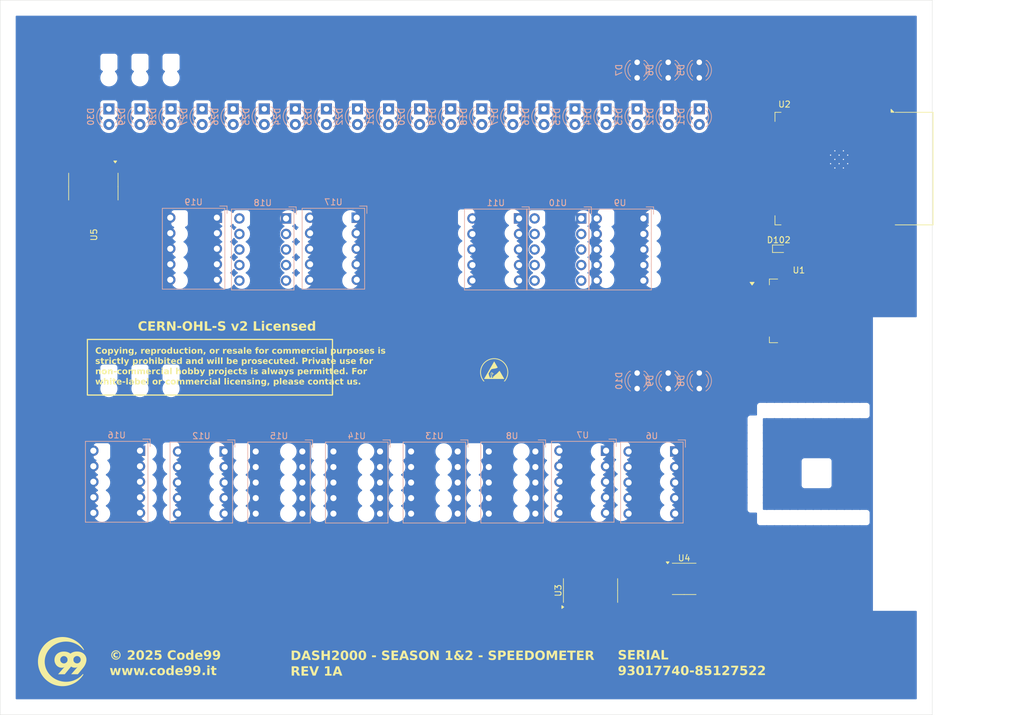
<source format=kicad_pcb>
(kicad_pcb (version 20241229) (generator "pcbnew") (generator_version "9.0")
  (layers (0 "F.Cu" signal) (2 "B.Cu" signal) (13 "F.Paste" user) (15 "B.Paste" user) (5 "F.SilkS" user "F.Silkscreen") (7 "B.SilkS" user "B.Silkscreen") (1 "F.Mask" user) (3 "B.Mask" user) (25 "Edge.Cuts" user))
  (net 0 "")
  (net 7 "Net-(U2-GND-Pad1)")
  (net 64 "GND_POWER_SUPPLY")
  (net 65 "Net-(D1-K)")
  (net 66 "3V3")
  (footprint "RF_Module:ESP32-S3-WROOM-1" (layer "F.Cu") (at 159.94332 60.555083 -90)
    (property "Reference" "U2" (at -10.5 11.4 0) (layer "F.SilkS"))
    (property "Value" "ESP32-S3-WROOM-1")
    (pad "1" smd rect (at -8.75 -5.26 270) (size 1.5 0.9) (layers "F.Cu" "F.Mask" "F.Paste") (net 7 "Net-(U2-GND-Pad1)"))
    (pad "2" smd rect (at -8.75 -3.99 270) (size 1.5 0.9) (layers "F.Cu" "F.Mask" "F.Paste"))
    (pad "3" smd rect (at -8.75 -2.72 270) (size 1.5 0.9) (layers "F.Cu" "F.Mask" "F.Paste"))
    (pad "4" smd rect (at -8.75 -1.45 270) (size 1.5 0.9) (layers "F.Cu" "F.Mask" "F.Paste"))
    (pad "5" smd rect (at -8.75 -0.18 270) (size 1.5 0.9) (layers "F.Cu" "F.Mask" "F.Paste"))
    (pad "6" smd rect (at -8.75 1.09 270) (size 1.5 0.9) (layers "F.Cu" "F.Mask" "F.Paste"))
    (pad "7" smd rect (at -8.75 2.36 270) (size 1.5 0.9) (layers "F.Cu" "F.Mask" "F.Paste"))
    (pad "8" smd rect (at -8.75 3.63 270) (size 1.5 0.9) (layers "F.Cu" "F.Mask" "F.Paste"))
    (pad "9" smd rect (at -8.75 4.9 270) (size 1.5 0.9) (layers "F.Cu" "F.Mask" "F.Paste"))
    (pad "10" smd rect (at -8.75 6.17 270) (size 1.5 0.9) (layers "F.Cu" "F.Mask" "F.Paste"))
    (pad "11" smd rect (at -8.75 7.44 270) (size 1.5 0.9) (layers "F.Cu" "F.Mask" "F.Paste"))
    (pad "12" smd rect (at -8.75 8.71 270) (size 1.5 0.9) (layers "F.Cu" "F.Mask" "F.Paste"))
    (pad "13" smd rect (at -8.75 9.98 270) (size 1.5 0.9) (layers "F.Cu" "F.Mask" "F.Paste"))
    (pad "14" smd rect (at -8.75 11.25 90) (size 1.5 0.9) (layers "F.Cu" "F.Mask" "F.Paste"))
    (pad "15" smd rect (at -6.985 12.5 180) (size 1.5 0.9) (layers "F.Cu" "F.Mask" "F.Paste"))
    (pad "16" smd rect (at -5.715 12.5 180) (size 1.5 0.9) (layers "F.Cu" "F.Mask" "F.Paste"))
    (pad "17" smd rect (at -4.445 12.5 180) (size 1.5 0.9) (layers "F.Cu" "F.Mask" "F.Paste"))
    (pad "18" smd rect (at -3.175 12.5 180) (size 1.5 0.9) (layers "F.Cu" "F.Mask" "F.Paste"))
    (pad "19" smd rect (at -1.905 12.5 180) (size 1.5 0.9) (layers "F.Cu" "F.Mask" "F.Paste"))
    (pad "20" smd rect (at -0.635 12.5 180) (size 1.5 0.9) (layers "F.Cu" "F.Mask" "F.Paste"))
    (pad "21" smd rect (at 0.635 12.5 180) (size 1.5 0.9) (layers "F.Cu" "F.Mask" "F.Paste"))
    (pad "22" smd rect (at 1.905 12.5 180) (size 1.5 0.9) (layers "F.Cu" "F.Mask" "F.Paste"))
    (pad "23" smd rect (at 3.175 12.5 180) (size 1.5 0.9) (layers "F.Cu" "F.Mask" "F.Paste"))
    (pad "24" smd rect (at 4.445 12.5 180) (size 1.5 0.9) (layers "F.Cu" "F.Mask" "F.Paste"))
    (pad "25" smd rect (at 5.715 12.5 180) (size 1.5 0.9) (layers "F.Cu" "F.Mask" "F.Paste"))
    (pad "26" smd rect (at 6.985 12.5 180) (size 1.5 0.9) (layers "F.Cu" "F.Mask" "F.Paste"))
    (pad "27" smd rect (at 8.75 11.25 270) (size 1.5 0.9) (layers "F.Cu" "F.Mask" "F.Paste"))
    (pad "28" smd rect (at 8.75 9.98 270) (size 1.5 0.9) (layers "F.Cu" "F.Mask" "F.Paste"))
    (pad "29" smd rect (at 8.75 8.71 270) (size 1.5 0.9) (layers "F.Cu" "F.Mask" "F.Paste"))
    (pad "30" smd rect (at 8.75 7.44 270) (size 1.5 0.9) (layers "F.Cu" "F.Mask" "F.Paste"))
    (pad "31" smd rect (at 8.75 6.17 270) (size 1.5 0.9) (layers "F.Cu" "F.Mask" "F.Paste"))
    (pad "32" smd rect (at 8.75 4.9 270) (size 1.5 0.9) (layers "F.Cu" "F.Mask" "F.Paste"))
    (pad "33" smd rect (at 8.75 3.63 270) (size 1.5 0.9) (layers "F.Cu" "F.Mask" "F.Paste"))
    (pad "34" smd rect (at 8.75 2.36 270) (size 1.5 0.9) (layers "F.Cu" "F.Mask" "F.Paste"))
    (pad "35" smd rect (at 8.75 1.09 270) (size 1.5 0.9) (layers "F.Cu" "F.Mask" "F.Paste"))
    (pad "36" smd rect (at 8.75 -0.18 270) (size 1.5 0.9) (layers "F.Cu" "F.Mask" "F.Paste"))
    (pad "37" smd rect (at 8.75 -1.45 270) (size 1.5 0.9) (layers "F.Cu" "F.Mask" "F.Paste"))
    (pad "38" smd rect (at 8.75 -2.72 270) (size 1.5 0.9) (layers "F.Cu" "F.Mask" "F.Paste"))
    (pad "39" smd rect (at 8.75 -3.99 270) (size 1.5 0.9) (layers "F.Cu" "F.Mask" "F.Paste"))
    (pad "40" smd rect (at 8.75 -5.26 270) (size 1.5 0.9) (layers "F.Cu" "F.Mask" "F.Paste") (net 7 "Net-(U2-GND-Pad1)"))
    (pad "41" thru_hole circle (at -2.9 1.76) (size 0.6 0.6) (drill 0.2) (property pad_prop_heatsink) (layers "*.Cu" "F.Mask") (net 7 "Net-(U2-GND-Pad1)"))
    (pad "41" thru_hole circle (at -2.9 3.16 270) (size 0.6 0.6) (drill 0.2) (property pad_prop_heatsink) (layers "*.Cu" "F.Mask") (net 7 "Net-(U2-GND-Pad1)"))
    (pad "41" thru_hole circle (at -2.2 1.06 270) (size 0.6 0.6) (drill 0.2) (property pad_prop_heatsink) (layers "*.Cu" "F.Mask") (net 7 "Net-(U2-GND-Pad1)"))
    (pad "41" thru_hole circle (at -2.2 2.46 270) (size 0.6 0.6) (drill 0.2) (property pad_prop_heatsink) (layers "*.Cu" "F.Mask") (net 7 "Net-(U2-GND-Pad1)"))
    (pad "41" thru_hole circle (at -2.2 3.86 270) (size 0.6 0.6) (drill 0.2) (property pad_prop_heatsink) (layers "*.Cu" "F.Mask") (net 7 "Net-(U2-GND-Pad1)"))
    (pad "41" thru_hole circle (at -1.5 1.76 270) (size 0.6 0.6) (drill 0.2) (property pad_prop_heatsink) (layers "*.Cu" "F.Mask") (net 7 "Net-(U2-GND-Pad1)"))
    (pad "41" smd rect (at -1.5 2.46 180) (size 3.9 3.9) (property pad_prop_heatsink) (layers "F.Cu" "F.Mask") (net 7 "Net-(U2-GND-Pad1)"))
    (pad "41" thru_hole circle (at -1.5 3.16 270) (size 0.6 0.6) (drill 0.2) (property pad_prop_heatsink) (layers "*.Cu" "F.Mask") (net 7 "Net-(U2-GND-Pad1)"))
    (pad "41" thru_hole circle (at -0.8 1.06 270) (size 0.6 0.6) (drill 0.2) (property pad_prop_heatsink) (layers "*.Cu" "F.Mask") (net 7 "Net-(U2-GND-Pad1)"))
    (pad "41" thru_hole circle (at -0.8 2.46 270) (size 0.6 0.6) (drill 0.2) (property pad_prop_heatsink) (layers "*.Cu" "F.Mask") (net 7 "Net-(U2-GND-Pad1)"))
    (pad "41" thru_hole circle (at -0.8 3.86 270) (size 0.6 0.6) (drill 0.2) (property pad_prop_heatsink) (layers "*.Cu" "F.Mask") (net 7 "Net-(U2-GND-Pad1)"))
    (pad "41" thru_hole circle (at -0.1 1.76 270) (size 0.6 0.6) (drill 0.2) (property pad_prop_heatsink) (layers "*.Cu" "F.Mask") (net 7 "Net-(U2-GND-Pad1)"))
    (pad "41" thru_hole circle (at -0.1 3.16 270) (size 0.6 0.6) (drill 0.2) (property pad_prop_heatsink) (layers "*.Cu" "F.Mask") (net 7 "Net-(U2-GND-Pad1)"))
    (zone (net 0) (net_name "") (layers "F.Cu" "B.Cu") (connect_pads (clearance 0)) (min_thickness 0.254)
      (keepout (tracks not_allowed) (vias not_allowed) (pads not_allowed) (copperpour not_allowed) (footprints not_allowed))
      (fill (thermal_gap 0.508) (thermal_bridge_width 0.508))
      (polygon (pts (xy 166.69332 36.555083) (xy 166.69332 84.555083) (xy 187.69332 84.555083) (xy 187.69332 36.555083)))
    )
  )
  (footprint "Diode_SMD:Nexperia_DSN1608-2_1.6x0.8mm" (layer "F.Cu") (at 147.605 73.66)
    (property "Reference" "D102" (at 0 -1.43 0) (layer "F.SilkS"))
    (property "Value" "3,6A/30V")
    (pad "1" smd roundrect (at -0.285 0) (size 0.93 0.7) (layers "F.Cu" "F.Mask" "F.Paste") (roundrect_rratio 0.1071428571) (net 65 "Net-(D1-K)"))
    (pad "2" smd roundrect (at 0.6 0) (size 0.3 0.7) (layers "F.Cu" "F.Mask" "F.Paste") (net 64 "GND_POWER_SUPPLY"))
  )
  (footprint "Package_SO:SOIC-14_3.9x8.7mm_P1.27mm" (layer "F.Cu") (at 116.84 129.54 90)
    (property "Reference" "U3" (at 0 -5.28 90) (layer "F.SilkS"))
    (property "Value" "MCP2517FD-xSL")
    (pad "1" smd roundrect (at -2.475 -3.81 90) (size 1.95 0.6) (layers "F.Cu" "F.Mask" "F.Paste"))
    (pad "2" smd roundrect (at -2.475 -2.54 90) (size 1.95 0.6) (layers "F.Cu" "F.Mask" "F.Paste"))
    (pad "3" smd roundrect (at -2.475 -1.27 90) (size 1.95 0.6) (layers "F.Cu" "F.Mask" "F.Paste"))
    (pad "4" smd roundrect (at -2.475 0 90) (size 1.95 0.6) (layers "F.Cu" "F.Mask" "F.Paste"))
    (pad "5" smd roundrect (at -2.475 1.27 90) (size 1.95 0.6) (layers "F.Cu" "F.Mask" "F.Paste"))
    (pad "6" smd roundrect (at -2.475 2.54 90) (size 1.95 0.6) (layers "F.Cu" "F.Mask" "F.Paste"))
    (pad "7" smd roundrect (at -2.475 3.81 90) (size 1.95 0.6) (layers "F.Cu" "F.Mask" "F.Paste"))
    (pad "8" smd roundrect (at 2.475 3.81 90) (size 1.95 0.6) (layers "F.Cu" "F.Mask" "F.Paste"))
    (pad "9" smd roundrect (at 2.475 2.54 90) (size 1.95 0.6) (layers "F.Cu" "F.Mask" "F.Paste"))
    (pad "10" smd roundrect (at 2.475 1.27 90) (size 1.95 0.6) (layers "F.Cu" "F.Mask" "F.Paste"))
    (pad "11" smd roundrect (at 2.475 0 90) (size 1.95 0.6) (layers "F.Cu" "F.Mask" "F.Paste"))
    (pad "12" smd roundrect (at 2.475 -1.27 90) (size 1.95 0.6) (layers "F.Cu" "F.Mask" "F.Paste"))
    (pad "13" smd roundrect (at 2.475 -2.54 90) (size 1.95 0.6) (layers "F.Cu" "F.Mask" "F.Paste"))
    (pad "14" smd roundrect (at 2.475 -3.81 90) (size 1.95 0.6) (layers "F.Cu" "F.Mask" "F.Paste"))
  )
  (footprint "Package_SO:SOIC-8_3.9x4.9mm_P1.27mm" (layer "F.Cu") (at 132.145 127.635)
    (property "Reference" "U4" (at 0 -3.4 0) (layer "F.SilkS"))
    (property "Value" "SN65HVD230")
    (pad "1" smd roundrect (at -2.475 -1.905) (size 1.95 0.6) (layers "F.Cu" "F.Mask" "F.Paste"))
    (pad "2" smd roundrect (at -2.475 -0.635) (size 1.95 0.6) (layers "F.Cu" "F.Mask" "F.Paste"))
    (pad "3" smd roundrect (at -2.475 0.635) (size 1.95 0.6) (layers "F.Cu" "F.Mask" "F.Paste"))
    (pad "4" smd roundrect (at -2.475 1.905) (size 1.95 0.6) (layers "F.Cu" "F.Mask" "F.Paste"))
    (pad "5" smd roundrect (at 2.475 1.905) (size 1.95 0.6) (layers "F.Cu" "F.Mask" "F.Paste"))
    (pad "6" smd roundrect (at 2.475 0.635) (size 1.95 0.6) (layers "F.Cu" "F.Mask" "F.Paste"))
    (pad "7" smd roundrect (at 2.475 -0.635) (size 1.95 0.6) (layers "F.Cu" "F.Mask" "F.Paste"))
    (pad "8" smd roundrect (at 2.475 -1.905) (size 1.95 0.6) (layers "F.Cu" "F.Mask" "F.Paste"))
  )
  (footprint "Package_SO:TSSOP-24_4.4x7.8mm_P0.65mm" (layer "F.Cu") (at 35.56 63.5 -90)
    (property "Reference" "U5" (at 7.88 -0.1 90) (layer "F.SilkS"))
    (property "Value" "LED1642GWTTR")
    (pad "1" smd roundrect (at -2.8625 -3.575 270) (size 1.475 0.4) (layers "F.Cu" "F.Mask" "F.Paste"))
    (pad "2" smd roundrect (at -2.8625 -2.925 270) (size 1.475 0.4) (layers "F.Cu" "F.Mask" "F.Paste"))
    (pad "3" smd roundrect (at -2.8625 -2.275 270) (size 1.475 0.4) (layers "F.Cu" "F.Mask" "F.Paste"))
    (pad "4" smd roundrect (at -2.8625 -1.625 270) (size 1.475 0.4) (layers "F.Cu" "F.Mask" "F.Paste"))
    (pad "5" smd roundrect (at -2.8625 -0.975 270) (size 1.475 0.4) (layers "F.Cu" "F.Mask" "F.Paste"))
    (pad "6" smd roundrect (at -2.8625 -0.325 270) (size 1.475 0.4) (layers "F.Cu" "F.Mask" "F.Paste"))
    (pad "7" smd roundrect (at -2.8625 0.325 270) (size 1.475 0.4) (layers "F.Cu" "F.Mask" "F.Paste"))
    (pad "8" smd roundrect (at -2.8625 0.975 270) (size 1.475 0.4) (layers "F.Cu" "F.Mask" "F.Paste"))
    (pad "9" smd roundrect (at -2.8625 1.625 270) (size 1.475 0.4) (layers "F.Cu" "F.Mask" "F.Paste"))
    (pad "10" smd roundrect (at -2.8625 2.275 270) (size 1.475 0.4) (layers "F.Cu" "F.Mask" "F.Paste"))
    (pad "11" smd roundrect (at -2.8625 2.925 270) (size 1.475 0.4) (layers "F.Cu" "F.Mask" "F.Paste"))
    (pad "12" smd roundrect (at -2.8625 3.575 270) (size 1.475 0.4) (layers "F.Cu" "F.Mask" "F.Paste"))
    (pad "13" smd roundrect (at 2.8625 3.575 270) (size 1.475 0.4) (layers "F.Cu" "F.Mask" "F.Paste"))
    (pad "14" smd roundrect (at 2.8625 2.925 270) (size 1.475 0.4) (layers "F.Cu" "F.Mask" "F.Paste"))
    (pad "15" smd roundrect (at 2.8625 2.275 270) (size 1.475 0.4) (layers "F.Cu" "F.Mask" "F.Paste"))
    (pad "16" smd roundrect (at 2.8625 1.625 270) (size 1.475 0.4) (layers "F.Cu" "F.Mask" "F.Paste"))
    (pad "17" smd roundrect (at 2.8625 0.975 270) (size 1.475 0.4) (layers "F.Cu" "F.Mask" "F.Paste"))
    (pad "18" smd roundrect (at 2.8625 0.325 270) (size 1.475 0.4) (layers "F.Cu" "F.Mask" "F.Paste"))
    (pad "19" smd roundrect (at 2.8625 -0.325 270) (size 1.475 0.4) (layers "F.Cu" "F.Mask" "F.Paste"))
    (pad "20" smd roundrect (at 2.8625 -0.975 270) (size 1.475 0.4) (layers "F.Cu" "F.Mask" "F.Paste"))
    (pad "21" smd roundrect (at 2.8625 -1.625 270) (size 1.475 0.4) (layers "F.Cu" "F.Mask" "F.Paste"))
    (pad "22" smd roundrect (at 2.8625 -2.275 270) (size 1.475 0.4) (layers "F.Cu" "F.Mask" "F.Paste"))
    (pad "23" smd roundrect (at 2.8625 -2.925 270) (size 1.475 0.4) (layers "F.Cu" "F.Mask" "F.Paste"))
    (pad "24" smd roundrect (at 2.8625 -3.575 270) (size 1.475 0.4) (layers "F.Cu" "F.Mask" "F.Paste"))
  )
  (footprint "Package_TO_SOT_SMD:TO-263-5_TabPin3" (layer "F.Cu") (at 150.9 83.82)
    (property "Reference" "U1" (at 0 -6.65 0) (layer "F.SilkS"))
    (property "Value" "LM2576HVS-3.3")
    (pad "1" smd roundrect (at -7.65 -3.4) (size 4.6 1.1) (layers "F.Cu" "F.Mask" "F.Paste") (roundrect_rratio 0.227273) (net 65 "Net-(D1-K)"))
    (pad "2" smd roundrect (at -7.65 -1.7) (size 4.6 1.1) (layers "F.Cu" "F.Mask" "F.Paste") (roundrect_rratio 0.227273) (net 66 "3V3"))
    (pad "3" smd roundrect (at -7.65 0) (size 4.6 1.1) (layers "F.Cu" "F.Mask" "F.Paste") (roundrect_rratio 0.227273) (net 64 "GND_POWER_SUPPLY"))
    (pad "3" smd roundrect (at 1.5 0) (size 9.4 10.8) (layers "F.Cu" "F.Mask") (roundrect_rratio 0.026596) (net 64 "GND_POWER_SUPPLY"))
    (pad "4" smd roundrect (at -7.65 1.7) (size 4.6 1.1) (layers "F.Cu" "F.Mask" "F.Paste") (roundrect_rratio 0.227273))
    (pad "5" smd roundrect (at -7.65 3.4) (size 4.6 1.1) (layers "F.Cu" "F.Mask" "F.Paste") (roundrect_rratio 0.227273))
  )
  (footprint "LED_THT:LED_D3.0mm" (layer "B.Cu") (at 93.98 50.8 -90)
    (property "Reference" "D19" (at 1.27 2.96 90) (layer "B.SilkS") (effects (justify mirror)))
    (property "Value" "LED")
    (pad "1" thru_hole rect (at 0 0 270) (size 1.8 1.8) (drill 0.9) (layers "*.Cu" "*.Mask"))
    (pad "2" thru_hole circle (at 2.54 0 270) (size 1.8 1.8) (drill 0.9) (layers "*.Cu" "*.Mask"))
  )
  (footprint "LED_THT:LED_D3.0mm" (layer "B.Cu") (at 43.18 50.8 -90)
    (property "Reference" "D29" (at 1.27 2.96 90) (layer "B.SilkS") (effects (justify mirror)))
    (property "Value" "LED")
    (pad "1" thru_hole rect (at 0 0 270) (size 1.8 1.8) (drill 0.9) (layers "*.Cu" "*.Mask"))
    (pad "2" thru_hole circle (at 2.54 0 270) (size 1.8 1.8) (drill 0.9) (layers "*.Cu" "*.Mask"))
  )
  (footprint "LED_THT:LED_D3.0mm" (layer "B.Cu") (at 38.1 50.8 -90)
    (property "Reference" "D30" (at 1.27 2.96 90) (layer "B.SilkS") (effects (justify mirror)))
    (property "Value" "LED")
    (pad "1" thru_hole rect (at 0 0 270) (size 1.8 1.8) (drill 0.9) (layers "*.Cu" "*.Mask"))
    (pad "2" thru_hole circle (at 2.54 0 270) (size 1.8 1.8) (drill 0.9) (layers "*.Cu" "*.Mask"))
  )
  (footprint "LED_THT:LED_D3.0mm" (layer "B.Cu") (at 83.82 50.8 -90)
    (property "Reference" "D21" (at 1.27 2.96 90) (layer "B.SilkS") (effects (justify mirror)))
    (property "Value" "LED")
    (pad "1" thru_hole rect (at 0 0 270) (size 1.8 1.8) (drill 0.9) (layers "*.Cu" "*.Mask"))
    (pad "2" thru_hole circle (at 2.54 0 270) (size 1.8 1.8) (drill 0.9) (layers "*.Cu" "*.Mask"))
  )
  (footprint "LED_THT:LED_D3.0mm" (layer "B.Cu") (at 134.62 50.8 -90)
    (property "Reference" "D11" (at 1.27 2.96 90) (layer "B.SilkS") (effects (justify mirror)))
    (property "Value" "LED")
    (pad "1" thru_hole rect (at 0 0 270) (size 1.8 1.8) (drill 0.9) (layers "*.Cu" "*.Mask"))
    (pad "2" thru_hole circle (at 2.54 0 270) (size 1.8 1.8) (drill 0.9) (layers "*.Cu" "*.Mask"))
  )
  (footprint "Display_7Segment:Sx39-1xxxxx" (layer "B.Cu") (at 82.4225 106.8075 180)
    (property "Reference" "U14" (at 3.81 2.54 0) (layer "B.SilkS") (effects (justify mirror)))
    (property "Value" "SA39-11SRWA")
    (pad "1" thru_hole rect (at 0 0 180) (size 1.7 1.7) (drill 1) (layers "*.Cu" "*.Mask"))
    (pad "2" thru_hole circle (at 0 -2.54 180) (size 1.7 1.7) (drill 1) (layers "*.Cu" "*.Mask"))
    (pad "3" thru_hole circle (at 0 -5.08 180) (size 1.7 1.7) (drill 1) (layers "*.Cu" "*.Mask"))
    (pad "4" thru_hole circle (at 0 -7.62 180) (size 1.7 1.7) (drill 1) (layers "*.Cu" "*.Mask"))
    (pad "5" thru_hole circle (at 0 -10.16 180) (size 1.7 1.7) (drill 1) (layers "*.Cu" "*.Mask"))
    (pad "6" thru_hole circle (at 7.62 -10.16 180) (size 1.7 1.7) (drill 1) (layers "*.Cu" "*.Mask"))
    (pad "7" thru_hole circle (at 7.62 -7.62 180) (size 1.7 1.7) (drill 1) (layers "*.Cu" "*.Mask"))
    (pad "8" thru_hole circle (at 7.62 -5.08 180) (size 1.7 1.7) (drill 1) (layers "*.Cu" "*.Mask"))
    (pad "9" thru_hole circle (at 7.62 -2.54 180) (size 1.7 1.7) (drill 1) (layers "*.Cu" "*.Mask"))
    (pad "10" thru_hole circle (at 7.62 0 180) (size 1.7 1.7) (drill 1) (layers "*.Cu" "*.Mask"))
  )
  (footprint "LED_THT:LED_D3.0mm" (layer "B.Cu") (at 88.9 50.8 -90)
    (property "Reference" "D20" (at 1.27 2.96 90) (layer "B.SilkS") (effects (justify mirror)))
    (property "Value" "LED")
    (pad "1" thru_hole rect (at 0 0 270) (size 1.8 1.8) (drill 0.9) (layers "*.Cu" "*.Mask"))
    (pad "2" thru_hole circle (at 2.54 0 270) (size 1.8 1.8) (drill 0.9) (layers "*.Cu" "*.Mask"))
  )
  (footprint "LED_THT:LED_D3.0mm" (layer "B.Cu") (at 63.5 50.8 -90)
    (property "Reference" "D25" (at 1.27 2.96 90) (layer "B.SilkS") (effects (justify mirror)))
    (property "Value" "LED")
    (pad "1" thru_hole rect (at 0 0 270) (size 1.8 1.8) (drill 0.9) (layers "*.Cu" "*.Mask"))
    (pad "2" thru_hole circle (at 2.54 0 270) (size 1.8 1.8) (drill 0.9) (layers "*.Cu" "*.Mask"))
  )
  (footprint "LED_THT:LED_D3.0mm" (layer "B.Cu") (at 68.58 50.8 -90)
    (property "Reference" "D24" (at 1.27 2.96 90) (layer "B.SilkS") (effects (justify mirror)))
    (property "Value" "LED")
    (pad "1" thru_hole rect (at 0 0 270) (size 1.8 1.8) (drill 0.9) (layers "*.Cu" "*.Mask"))
    (pad "2" thru_hole circle (at 2.54 0 270) (size 1.8 1.8) (drill 0.9) (layers "*.Cu" "*.Mask"))
  )
  (footprint "Display_7Segment:Sx39-1xxxxx" (layer "B.Cu") (at 55.752738 68.58 180)
    (property "Reference" "U19" (at 3.81 2.54 0) (layer "B.SilkS") (effects (justify mirror)))
    (property "Value" "SA39-11SRWA")
    (pad "1" thru_hole rect (at 0 0 180) (size 1.7 1.7) (drill 1) (layers "*.Cu" "*.Mask"))
    (pad "2" thru_hole circle (at 0 -2.54 180) (size 1.7 1.7) (drill 1) (layers "*.Cu" "*.Mask"))
    (pad "3" thru_hole circle (at 0 -5.08 180) (size 1.7 1.7) (drill 1) (layers "*.Cu" "*.Mask"))
    (pad "4" thru_hole circle (at 0 -7.62 180) (size 1.7 1.7) (drill 1) (layers "*.Cu" "*.Mask"))
    (pad "5" thru_hole circle (at 0 -10.16 180) (size 1.7 1.7) (drill 1) (layers "*.Cu" "*.Mask"))
    (pad "6" thru_hole circle (at 7.62 -10.16 180) (size 1.7 1.7) (drill 1) (layers "*.Cu" "*.Mask"))
    (pad "7" thru_hole circle (at 7.62 -7.62 180) (size 1.7 1.7) (drill 1) (layers "*.Cu" "*.Mask"))
    (pad "8" thru_hole circle (at 7.62 -5.08 180) (size 1.7 1.7) (drill 1) (layers "*.Cu" "*.Mask"))
    (pad "9" thru_hole circle (at 7.62 -2.54 180) (size 1.7 1.7) (drill 1) (layers "*.Cu" "*.Mask"))
    (pad "10" thru_hole circle (at 7.62 0 180) (size 1.7 1.7) (drill 1) (layers "*.Cu" "*.Mask"))
  )
  (footprint "LED_THT:LED_D3.0mm" (layer "B.Cu") (at 73.66 50.8 -90)
    (property "Reference" "D23" (at 1.27 2.96 90) (layer "B.SilkS") (effects (justify mirror)))
    (property "Value" "LED")
    (pad "1" thru_hole rect (at 0 0 270) (size 1.8 1.8) (drill 0.9) (layers "*.Cu" "*.Mask"))
    (pad "2" thru_hole circle (at 2.54 0 270) (size 1.8 1.8) (drill 0.9) (layers "*.Cu" "*.Mask"))
  )
  (footprint "LED_THT:LED_D3.0mm" (layer "B.Cu") (at 48.26 50.8 -90)
    (property "Reference" "D28" (at 1.27 2.96 90) (layer "B.SilkS") (effects (justify mirror)))
    (property "Value" "LED")
    (pad "1" thru_hole rect (at 0 0 270) (size 1.8 1.8) (drill 0.9) (layers "*.Cu" "*.Mask"))
    (pad "2" thru_hole circle (at 2.54 0 270) (size 1.8 1.8) (drill 0.9) (layers "*.Cu" "*.Mask"))
  )
  (footprint "LED_THT:LED_D3.0mm" (layer "B.Cu") (at 129.54 43.18 -90)
    (property "Reference" "D6" (at 1.27 2.96 90) (layer "B.SilkS") (effects (justify mirror)))
    (property "Value" "LED")
    (pad "1" thru_hole rect (at 0 0 270) (size 1.8 1.8) (drill 0.9) (layers "*.Cu" "*.Mask"))
    (pad "2" thru_hole circle (at 2.54 0 270) (size 1.8 1.8) (drill 0.9) (layers "*.Cu" "*.Mask"))
  )
  (footprint "LED_THT:LED_D3.0mm" (layer "B.Cu") (at 53.34 50.8 -90)
    (property "Reference" "D27" (at 1.27 2.96 90) (layer "B.SilkS") (effects (justify mirror)))
    (property "Value" "LED")
    (pad "1" thru_hole rect (at 0 0 270) (size 1.8 1.8) (drill 0.9) (layers "*.Cu" "*.Mask"))
    (pad "2" thru_hole circle (at 2.54 0 270) (size 1.8 1.8) (drill 0.9) (layers "*.Cu" "*.Mask"))
  )
  (footprint "LED_THT:LED_D3.0mm" (layer "B.Cu") (at 58.42 50.8 -90)
    (property "Reference" "D26" (at 1.27 2.96 90) (layer "B.SilkS") (effects (justify mirror)))
    (property "Value" "LED")
    (pad "1" thru_hole rect (at 0 0 270) (size 1.8 1.8) (drill 0.9) (layers "*.Cu" "*.Mask"))
    (pad "2" thru_hole circle (at 2.54 0 270) (size 1.8 1.8) (drill 0.9) (layers "*.Cu" "*.Mask"))
  )
  (footprint "LED_THT:LED_D3.0mm" (layer "B.Cu") (at 99.06 50.8 -90)
    (property "Reference" "D18" (at 1.27 2.96 90) (layer "B.SilkS") (effects (justify mirror)))
    (property "Value" "LED")
    (pad "1" thru_hole rect (at 0 0 270) (size 1.8 1.8) (drill 0.9) (layers "*.Cu" "*.Mask"))
    (pad "2" thru_hole circle (at 2.54 0 270) (size 1.8 1.8) (drill 0.9) (layers "*.Cu" "*.Mask"))
  )
  (footprint "Display_7Segment:Sx39-1xxxxx" (layer "B.Cu") (at 69.7225 106.8075 180)
    (property "Reference" "U15" (at 3.81 2.54 0) (layer "B.SilkS") (effects (justify mirror)))
    (property "Value" "SA39-11SRWA")
    (pad "1" thru_hole rect (at 0 0 180) (size 1.7 1.7) (drill 1) (layers "*.Cu" "*.Mask"))
    (pad "2" thru_hole circle (at 0 -2.54 180) (size 1.7 1.7) (drill 1) (layers "*.Cu" "*.Mask"))
    (pad "3" thru_hole circle (at 0 -5.08 180) (size 1.7 1.7) (drill 1) (layers "*.Cu" "*.Mask"))
    (pad "4" thru_hole circle (at 0 -7.62 180) (size 1.7 1.7) (drill 1) (layers "*.Cu" "*.Mask"))
    (pad "5" thru_hole circle (at 0 -10.16 180) (size 1.7 1.7) (drill 1) (layers "*.Cu" "*.Mask"))
    (pad "6" thru_hole circle (at 7.62 -10.16 180) (size 1.7 1.7) (drill 1) (layers "*.Cu" "*.Mask"))
    (pad "7" thru_hole circle (at 7.62 -7.62 180) (size 1.7 1.7) (drill 1) (layers "*.Cu" "*.Mask"))
    (pad "8" thru_hole circle (at 7.62 -5.08 180) (size 1.7 1.7) (drill 1) (layers "*.Cu" "*.Mask"))
    (pad "9" thru_hole circle (at 7.62 -2.54 180) (size 1.7 1.7) (drill 1) (layers "*.Cu" "*.Mask"))
    (pad "10" thru_hole circle (at 7.62 0 180) (size 1.7 1.7) (drill 1) (layers "*.Cu" "*.Mask"))
  )
  (footprint "Display_7Segment:Sx39-1xxxxx" (layer "B.Cu") (at 115.315238 68.7075 180)
    (property "Reference" "U10" (at 3.81 2.54 0) (layer "B.SilkS") (effects (justify mirror)))
    (property "Value" "SA39-11SRWA")
    (pad "1" thru_hole rect (at 0 0 180) (size 1.7 1.7) (drill 1) (layers "*.Cu" "*.Mask"))
    (pad "2" thru_hole circle (at 0 -2.54 180) (size 1.7 1.7) (drill 1) (layers "*.Cu" "*.Mask"))
    (pad "3" thru_hole circle (at 0 -5.08 180) (size 1.7 1.7) (drill 1) (layers "*.Cu" "*.Mask"))
    (pad "4" thru_hole circle (at 0 -7.62 180) (size 1.7 1.7) (drill 1) (layers "*.Cu" "*.Mask"))
    (pad "5" thru_hole circle (at 0 -10.16 180) (size 1.7 1.7) (drill 1) (layers "*.Cu" "*.Mask"))
    (pad "6" thru_hole circle (at 7.62 -10.16 180) (size 1.7 1.7) (drill 1) (layers "*.Cu" "*.Mask"))
    (pad "7" thru_hole circle (at 7.62 -7.62 180) (size 1.7 1.7) (drill 1) (layers "*.Cu" "*.Mask"))
    (pad "8" thru_hole circle (at 7.62 -5.08 180) (size 1.7 1.7) (drill 1) (layers "*.Cu" "*.Mask"))
    (pad "9" thru_hole circle (at 7.62 -2.54 180) (size 1.7 1.7) (drill 1) (layers "*.Cu" "*.Mask"))
    (pad "10" thru_hole circle (at 7.62 0 180) (size 1.7 1.7) (drill 1) (layers "*.Cu" "*.Mask"))
  )
  (footprint "LED_THT:LED_D3.0mm" (layer "B.Cu") (at 134.62 93.98 -90)
    (property "Reference" "D8" (at 1.27 2.96 90) (layer "B.SilkS") (effects (justify mirror)))
    (property "Value" "LED")
    (pad "1" thru_hole rect (at 0 0 270) (size 1.8 1.8) (drill 0.9) (layers "*.Cu" "*.Mask"))
    (pad "2" thru_hole circle (at 2.54 0 270) (size 1.8 1.8) (drill 0.9) (layers "*.Cu" "*.Mask"))
  )
  (footprint "Display_7Segment:Sx39-1xxxxx" (layer "B.Cu") (at 78.612738 68.58 180)
    (property "Reference" "U17" (at 3.81 2.54 0) (layer "B.SilkS") (effects (justify mirror)))
    (property "Value" "SA39-11SRWA")
    (pad "1" thru_hole rect (at 0 0 180) (size 1.7 1.7) (drill 1) (layers "*.Cu" "*.Mask"))
    (pad "2" thru_hole circle (at 0 -2.54 180) (size 1.7 1.7) (drill 1) (layers "*.Cu" "*.Mask"))
    (pad "3" thru_hole circle (at 0 -5.08 180) (size 1.7 1.7) (drill 1) (layers "*.Cu" "*.Mask"))
    (pad "4" thru_hole circle (at 0 -7.62 180) (size 1.7 1.7) (drill 1) (layers "*.Cu" "*.Mask"))
    (pad "5" thru_hole circle (at 0 -10.16 180) (size 1.7 1.7) (drill 1) (layers "*.Cu" "*.Mask"))
    (pad "6" thru_hole circle (at 7.62 -10.16 180) (size 1.7 1.7) (drill 1) (layers "*.Cu" "*.Mask"))
    (pad "7" thru_hole circle (at 7.62 -7.62 180) (size 1.7 1.7) (drill 1) (layers "*.Cu" "*.Mask"))
    (pad "8" thru_hole circle (at 7.62 -5.08 180) (size 1.7 1.7) (drill 1) (layers "*.Cu" "*.Mask"))
    (pad "9" thru_hole circle (at 7.62 -2.54 180) (size 1.7 1.7) (drill 1) (layers "*.Cu" "*.Mask"))
    (pad "10" thru_hole circle (at 7.62 0 180) (size 1.7 1.7) (drill 1) (layers "*.Cu" "*.Mask"))
  )
  (footprint "LED_THT:LED_D3.0mm" (layer "B.Cu") (at 104.14 50.8 -90)
    (property "Reference" "D17" (at 1.27 2.96 90) (layer "B.SilkS") (effects (justify mirror)))
    (property "Value" "LED")
    (pad "1" thru_hole rect (at 0 0 270) (size 1.8 1.8) (drill 0.9) (layers "*.Cu" "*.Mask"))
    (pad "2" thru_hole circle (at 2.54 0 270) (size 1.8 1.8) (drill 0.9) (layers "*.Cu" "*.Mask"))
  )
  (footprint "LED_THT:LED_D3.0mm" (layer "B.Cu") (at 124.46 43.18 -90)
    (property "Reference" "D7" (at 1.27 2.96 90) (layer "B.SilkS") (effects (justify mirror)))
    (property "Value" "LED")
    (pad "1" thru_hole rect (at 0 0 270) (size 1.8 1.8) (drill 0.9) (layers "*.Cu" "*.Mask"))
    (pad "2" thru_hole circle (at 2.54 0 270) (size 1.8 1.8) (drill 0.9) (layers "*.Cu" "*.Mask"))
  )
  (footprint "LED_THT:LED_D3.0mm" (layer "B.Cu") (at 129.54 50.8 -90)
    (property "Reference" "D12" (at 1.27 2.96 90) (layer "B.SilkS") (effects (justify mirror)))
    (property "Value" "LED")
    (pad "1" thru_hole rect (at 0 0 270) (size 1.8 1.8) (drill 0.9) (layers "*.Cu" "*.Mask"))
    (pad "2" thru_hole circle (at 2.54 0 270) (size 1.8 1.8) (drill 0.9) (layers "*.Cu" "*.Mask"))
  )
  (footprint "Display_7Segment:Sx39-1xxxxx" (layer "B.Cu") (at 119.38 106.68 180)
    (property "Reference" "U7" (at 3.81 2.54 0) (layer "B.SilkS") (effects (justify mirror)))
    (property "Value" "SA39-11SRWA")
    (pad "1" thru_hole rect (at 0 0 180) (size 1.7 1.7) (drill 1) (layers "*.Cu" "*.Mask"))
    (pad "2" thru_hole circle (at 0 -2.54 180) (size 1.7 1.7) (drill 1) (layers "*.Cu" "*.Mask"))
    (pad "3" thru_hole circle (at 0 -5.08 180) (size 1.7 1.7) (drill 1) (layers "*.Cu" "*.Mask"))
    (pad "4" thru_hole circle (at 0 -7.62 180) (size 1.7 1.7) (drill 1) (layers "*.Cu" "*.Mask"))
    (pad "5" thru_hole circle (at 0 -10.16 180) (size 1.7 1.7) (drill 1) (layers "*.Cu" "*.Mask"))
    (pad "6" thru_hole circle (at 7.62 -10.16 180) (size 1.7 1.7) (drill 1) (layers "*.Cu" "*.Mask"))
    (pad "7" thru_hole circle (at 7.62 -7.62 180) (size 1.7 1.7) (drill 1) (layers "*.Cu" "*.Mask"))
    (pad "8" thru_hole circle (at 7.62 -5.08 180) (size 1.7 1.7) (drill 1) (layers "*.Cu" "*.Mask"))
    (pad "9" thru_hole circle (at 7.62 -2.54 180) (size 1.7 1.7) (drill 1) (layers "*.Cu" "*.Mask"))
    (pad "10" thru_hole circle (at 7.62 0 180) (size 1.7 1.7) (drill 1) (layers "*.Cu" "*.Mask"))
  )
  (footprint "Display_7Segment:Sx39-1xxxxx" (layer "B.Cu") (at 67.055238 68.7075 180)
    (property "Reference" "U18" (at 3.81 2.54 0) (layer "B.SilkS") (effects (justify mirror)))
    (property "Value" "SA39-11SRWA")
    (pad "1" thru_hole rect (at 0 0 180) (size 1.7 1.7) (drill 1) (layers "*.Cu" "*.Mask"))
    (pad "2" thru_hole circle (at 0 -2.54 180) (size 1.7 1.7) (drill 1) (layers "*.Cu" "*.Mask"))
    (pad "3" thru_hole circle (at 0 -5.08 180) (size 1.7 1.7) (drill 1) (layers "*.Cu" "*.Mask"))
    (pad "4" thru_hole circle (at 0 -7.62 180) (size 1.7 1.7) (drill 1) (layers "*.Cu" "*.Mask"))
    (pad "5" thru_hole circle (at 0 -10.16 180) (size 1.7 1.7) (drill 1) (layers "*.Cu" "*.Mask"))
    (pad "6" thru_hole circle (at 7.62 -10.16 180) (size 1.7 1.7) (drill 1) (layers "*.Cu" "*.Mask"))
    (pad "7" thru_hole circle (at 7.62 -7.62 180) (size 1.7 1.7) (drill 1) (layers "*.Cu" "*.Mask"))
    (pad "8" thru_hole circle (at 7.62 -5.08 180) (size 1.7 1.7) (drill 1) (layers "*.Cu" "*.Mask"))
    (pad "9" thru_hole circle (at 7.62 -2.54 180) (size 1.7 1.7) (drill 1) (layers "*.Cu" "*.Mask"))
    (pad "10" thru_hole circle (at 7.62 0 180) (size 1.7 1.7) (drill 1) (layers "*.Cu" "*.Mask"))
  )
  (footprint "LED_THT:LED_D3.0mm" (layer "B.Cu") (at 119.38 50.8 -90)
    (property "Reference" "D14" (at 1.27 2.96 90) (layer "B.SilkS") (effects (justify mirror)))
    (property "Value" "LED")
    (pad "1" thru_hole rect (at 0 0 270) (size 1.8 1.8) (drill 0.9) (layers "*.Cu" "*.Mask"))
    (pad "2" thru_hole circle (at 2.54 0 270) (size 1.8 1.8) (drill 0.9) (layers "*.Cu" "*.Mask"))
  )
  (footprint "LED_THT:LED_D3.0mm" (layer "B.Cu") (at 114.3 50.8 -90)
    (property "Reference" "D15" (at 1.27 2.96 90) (layer "B.SilkS") (effects (justify mirror)))
    (property "Value" "LED")
    (pad "1" thru_hole rect (at 0 0 270) (size 1.8 1.8) (drill 0.9) (layers "*.Cu" "*.Mask"))
    (pad "2" thru_hole circle (at 2.54 0 270) (size 1.8 1.8) (drill 0.9) (layers "*.Cu" "*.Mask"))
  )
  (footprint "Display_7Segment:Sx39-1xxxxx" (layer "B.Cu") (at 130.6825 106.8075 180)
    (property "Reference" "U6" (at 3.81 2.54 0) (layer "B.SilkS") (effects (justify mirror)))
    (property "Value" "SA39-11SRWA")
    (pad "1" thru_hole rect (at 0 0 180) (size 1.7 1.7) (drill 1) (layers "*.Cu" "*.Mask"))
    (pad "2" thru_hole circle (at 0 -2.54 180) (size 1.7 1.7) (drill 1) (layers "*.Cu" "*.Mask"))
    (pad "3" thru_hole circle (at 0 -5.08 180) (size 1.7 1.7) (drill 1) (layers "*.Cu" "*.Mask"))
    (pad "4" thru_hole circle (at 0 -7.62 180) (size 1.7 1.7) (drill 1) (layers "*.Cu" "*.Mask"))
    (pad "5" thru_hole circle (at 0 -10.16 180) (size 1.7 1.7) (drill 1) (layers "*.Cu" "*.Mask"))
    (pad "6" thru_hole circle (at 7.62 -10.16 180) (size 1.7 1.7) (drill 1) (layers "*.Cu" "*.Mask"))
    (pad "7" thru_hole circle (at 7.62 -7.62 180) (size 1.7 1.7) (drill 1) (layers "*.Cu" "*.Mask"))
    (pad "8" thru_hole circle (at 7.62 -5.08 180) (size 1.7 1.7) (drill 1) (layers "*.Cu" "*.Mask"))
    (pad "9" thru_hole circle (at 7.62 -2.54 180) (size 1.7 1.7) (drill 1) (layers "*.Cu" "*.Mask"))
    (pad "10" thru_hole circle (at 7.62 0 180) (size 1.7 1.7) (drill 1) (layers "*.Cu" "*.Mask"))
  )
  (footprint "Display_7Segment:Sx39-1xxxxx" (layer "B.Cu") (at 125.475238 68.7075 180)
    (property "Reference" "U9" (at 3.81 2.54 0) (layer "B.SilkS") (effects (justify mirror)))
    (property "Value" "SA39-11SRWA")
    (pad "1" thru_hole rect (at 0 0 180) (size 1.7 1.7) (drill 1) (layers "*.Cu" "*.Mask"))
    (pad "2" thru_hole circle (at 0 -2.54 180) (size 1.7 1.7) (drill 1) (layers "*.Cu" "*.Mask"))
    (pad "3" thru_hole circle (at 0 -5.08 180) (size 1.7 1.7) (drill 1) (layers "*.Cu" "*.Mask"))
    (pad "4" thru_hole circle (at 0 -7.62 180) (size 1.7 1.7) (drill 1) (layers "*.Cu" "*.Mask"))
    (pad "5" thru_hole circle (at 0 -10.16 180) (size 1.7 1.7) (drill 1) (layers "*.Cu" "*.Mask"))
    (pad "6" thru_hole circle (at 7.62 -10.16 180) (size 1.7 1.7) (drill 1) (layers "*.Cu" "*.Mask"))
    (pad "7" thru_hole circle (at 7.62 -7.62 180) (size 1.7 1.7) (drill 1) (layers "*.Cu" "*.Mask"))
    (pad "8" thru_hole circle (at 7.62 -5.08 180) (size 1.7 1.7) (drill 1) (layers "*.Cu" "*.Mask"))
    (pad "9" thru_hole circle (at 7.62 -2.54 180) (size 1.7 1.7) (drill 1) (layers "*.Cu" "*.Mask"))
    (pad "10" thru_hole circle (at 7.62 0 180) (size 1.7 1.7) (drill 1) (layers "*.Cu" "*.Mask"))
  )
  (footprint "LED_THT:LED_D3.0mm" (layer "B.Cu") (at 78.74 50.8 -90)
    (property "Reference" "D22" (at 1.27 2.96 90) (layer "B.SilkS") (effects (justify mirror)))
    (property "Value" "LED")
    (pad "1" thru_hole rect (at 0 0 270) (size 1.8 1.8) (drill 0.9) (layers "*.Cu" "*.Mask"))
    (pad "2" thru_hole circle (at 2.54 0 270) (size 1.8 1.8) (drill 0.9) (layers "*.Cu" "*.Mask"))
  )
  (footprint "Display_7Segment:Sx39-1xxxxx" (layer "B.Cu") (at 95.1225 106.8075 180)
    (property "Reference" "U13" (at 3.81 2.54 0) (layer "B.SilkS") (effects (justify mirror)))
    (property "Value" "SA39-11SRWA")
    (pad "1" thru_hole rect (at 0 0 180) (size 1.7 1.7) (drill 1) (layers "*.Cu" "*.Mask"))
    (pad "2" thru_hole circle (at 0 -2.54 180) (size 1.7 1.7) (drill 1) (layers "*.Cu" "*.Mask"))
    (pad "3" thru_hole circle (at 0 -5.08 180) (size 1.7 1.7) (drill 1) (layers "*.Cu" "*.Mask"))
    (pad "4" thru_hole circle (at 0 -7.62 180) (size 1.7 1.7) (drill 1) (layers "*.Cu" "*.Mask"))
    (pad "5" thru_hole circle (at 0 -10.16 180) (size 1.7 1.7) (drill 1) (layers "*.Cu" "*.Mask"))
    (pad "6" thru_hole circle (at 7.62 -10.16 180) (size 1.7 1.7) (drill 1) (layers "*.Cu" "*.Mask"))
    (pad "7" thru_hole circle (at 7.62 -7.62 180) (size 1.7 1.7) (drill 1) (layers "*.Cu" "*.Mask"))
    (pad "8" thru_hole circle (at 7.62 -5.08 180) (size 1.7 1.7) (drill 1) (layers "*.Cu" "*.Mask"))
    (pad "9" thru_hole circle (at 7.62 -2.54 180) (size 1.7 1.7) (drill 1) (layers "*.Cu" "*.Mask"))
    (pad "10" thru_hole circle (at 7.62 0 180) (size 1.7 1.7) (drill 1) (layers "*.Cu" "*.Mask"))
  )
  (footprint "LED_THT:LED_D3.0mm" (layer "B.Cu") (at 109.22 50.8 -90)
    (property "Reference" "D16" (at 1.27 2.96 90) (layer "B.SilkS") (effects (justify mirror)))
    (property "Value" "LED")
    (pad "1" thru_hole rect (at 0 0 270) (size 1.8 1.8) (drill 0.9) (layers "*.Cu" "*.Mask"))
    (pad "2" thru_hole circle (at 2.54 0 270) (size 1.8 1.8) (drill 0.9) (layers "*.Cu" "*.Mask"))
  )
  (footprint "LED_THT:LED_D3.0mm" (layer "B.Cu") (at 129.54 93.98 -90)
    (property "Reference" "D9" (at 1.27 2.96 90) (layer "B.SilkS") (effects (justify mirror)))
    (property "Value" "LED")
    (pad "1" thru_hole rect (at 0 0 270) (size 1.8 1.8) (drill 0.9) (layers "*.Cu" "*.Mask"))
    (pad "2" thru_hole circle (at 2.54 0 270) (size 1.8 1.8) (drill 0.9) (layers "*.Cu" "*.Mask"))
  )
  (footprint "LED_THT:LED_D3.0mm" (layer "B.Cu") (at 134.62 43.18 -90)
    (property "Reference" "D5" (at 1.27 2.96 90) (layer "B.SilkS") (effects (justify mirror)))
    (property "Value" "LED")
    (pad "1" thru_hole rect (at 0 0 270) (size 1.8 1.8) (drill 0.9) (layers "*.Cu" "*.Mask"))
    (pad "2" thru_hole circle (at 2.54 0 270) (size 1.8 1.8) (drill 0.9) (layers "*.Cu" "*.Mask"))
  )
  (footprint "LED_THT:LED_D3.0mm" (layer "B.Cu") (at 124.46 93.98 -90)
    (property "Reference" "D10" (at 1.27 2.96 90) (layer "B.SilkS") (effects (justify mirror)))
    (property "Value" "LED")
    (pad "1" thru_hole rect (at 0 0 270) (size 1.8 1.8) (drill 0.9) (layers "*.Cu" "*.Mask"))
    (pad "2" thru_hole circle (at 2.54 0 270) (size 1.8 1.8) (drill 0.9) (layers "*.Cu" "*.Mask"))
  )
  (footprint "Display_7Segment:Sx39-1xxxxx" (layer "B.Cu") (at 105.155238 68.7075 180)
    (property "Reference" "U11" (at 3.81 2.54 0) (layer "B.SilkS") (effects (justify mirror)))
    (property "Value" "SA39-11SRWA")
    (pad "1" thru_hole rect (at 0 0 180) (size 1.7 1.7) (drill 1) (layers "*.Cu" "*.Mask"))
    (pad "2" thru_hole circle (at 0 -2.54 180) (size 1.7 1.7) (drill 1) (layers "*.Cu" "*.Mask"))
    (pad "3" thru_hole circle (at 0 -5.08 180) (size 1.7 1.7) (drill 1) (layers "*.Cu" "*.Mask"))
    (pad "4" thru_hole circle (at 0 -7.62 180) (size 1.7 1.7) (drill 1) (layers "*.Cu" "*.Mask"))
    (pad "5" thru_hole circle (at 0 -10.16 180) (size 1.7 1.7) (drill 1) (layers "*.Cu" "*.Mask"))
    (pad "6" thru_hole circle (at 7.62 -10.16 180) (size 1.7 1.7) (drill 1) (layers "*.Cu" "*.Mask"))
    (pad "7" thru_hole circle (at 7.62 -7.62 180) (size 1.7 1.7) (drill 1) (layers "*.Cu" "*.Mask"))
    (pad "8" thru_hole circle (at 7.62 -5.08 180) (size 1.7 1.7) (drill 1) (layers "*.Cu" "*.Mask"))
    (pad "9" thru_hole circle (at 7.62 -2.54 180) (size 1.7 1.7) (drill 1) (layers "*.Cu" "*.Mask"))
    (pad "10" thru_hole circle (at 7.62 0 180) (size 1.7 1.7) (drill 1) (layers "*.Cu" "*.Mask"))
  )
  (footprint "Display_7Segment:Sx39-1xxxxx" (layer "B.Cu") (at 107.8225 106.8075 180)
    (property "Reference" "U8" (at 3.81 2.54 0) (layer "B.SilkS") (effects (justify mirror)))
    (property "Value" "SA39-11SRWA")
    (pad "1" thru_hole rect (at 0 0 180) (size 1.7 1.7) (drill 1) (layers "*.Cu" "*.Mask"))
    (pad "2" thru_hole circle (at 0 -2.54 180) (size 1.7 1.7) (drill 1) (layers "*.Cu" "*.Mask"))
    (pad "3" thru_hole circle (at 0 -5.08 180) (size 1.7 1.7) (drill 1) (layers "*.Cu" "*.Mask"))
    (pad "4" thru_hole circle (at 0 -7.62 180) (size 1.7 1.7) (drill 1) (layers "*.Cu" "*.Mask"))
    (pad "5" thru_hole circle (at 0 -10.16 180) (size 1.7 1.7) (drill 1) (layers "*.Cu" "*.Mask"))
    (pad "6" thru_hole circle (at 7.62 -10.16 180) (size 1.7 1.7) (drill 1) (layers "*.Cu" "*.Mask"))
    (pad "7" thru_hole circle (at 7.62 -7.62 180) (size 1.7 1.7) (drill 1) (layers "*.Cu" "*.Mask"))
    (pad "8" thru_hole circle (at 7.62 -5.08 180) (size 1.7 1.7) (drill 1) (layers "*.Cu" "*.Mask"))
    (pad "9" thru_hole circle (at 7.62 -2.54 180) (size 1.7 1.7) (drill 1) (layers "*.Cu" "*.Mask"))
    (pad "10" thru_hole circle (at 7.62 0 180) (size 1.7 1.7) (drill 1) (layers "*.Cu" "*.Mask"))
  )
  (footprint "Display_7Segment:Sx39-1xxxxx" (layer "B.Cu") (at 43.18 106.68 180)
    (property "Reference" "U16" (at 3.81 2.54 0) (layer "B.SilkS") (effects (justify mirror)))
    (property "Value" "SA39-11SRWA")
    (pad "1" thru_hole rect (at 0 0 180) (size 1.7 1.7) (drill 1) (layers "*.Cu" "*.Mask"))
    (pad "2" thru_hole circle (at 0 -2.54 180) (size 1.7 1.7) (drill 1) (layers "*.Cu" "*.Mask"))
    (pad "3" thru_hole circle (at 0 -5.08 180) (size 1.7 1.7) (drill 1) (layers "*.Cu" "*.Mask"))
    (pad "4" thru_hole circle (at 0 -7.62 180) (size 1.7 1.7) (drill 1) (layers "*.Cu" "*.Mask"))
    (pad "5" thru_hole circle (at 0 -10.16 180) (size 1.7 1.7) (drill 1) (layers "*.Cu" "*.Mask"))
    (pad "6" thru_hole circle (at 7.62 -10.16 180) (size 1.7 1.7) (drill 1) (layers "*.Cu" "*.Mask"))
    (pad "7" thru_hole circle (at 7.62 -7.62 180) (size 1.7 1.7) (drill 1) (layers "*.Cu" "*.Mask"))
    (pad "8" thru_hole circle (at 7.62 -5.08 180) (size 1.7 1.7) (drill 1) (layers "*.Cu" "*.Mask"))
    (pad "9" thru_hole circle (at 7.62 -2.54 180) (size 1.7 1.7) (drill 1) (layers "*.Cu" "*.Mask"))
    (pad "10" thru_hole circle (at 7.62 0 180) (size 1.7 1.7) (drill 1) (layers "*.Cu" "*.Mask"))
  )
  (footprint "LED_THT:LED_D3.0mm" (layer "B.Cu") (at 124.46 50.8 -90)
    (property "Reference" "D13" (at 1.27 2.96 90) (layer "B.SilkS") (effects (justify mirror)))
    (property "Value" "LED")
    (pad "1" thru_hole rect (at 0 0 270) (size 1.8 1.8) (drill 0.9) (layers "*.Cu" "*.Mask"))
    (pad "2" thru_hole circle (at 2.54 0 270) (size 1.8 1.8) (drill 0.9) (layers "*.Cu" "*.Mask"))
  )
  (footprint "Display_7Segment:Sx39-1xxxxx" (layer "B.Cu") (at 57.0225 106.8075 180)
    (property "Reference" "U12" (at 3.81 2.54 0) (layer "B.SilkS") (effects (justify mirror)))
    (property "Value" "SA39-11SRWA")
    (pad "1" thru_hole rect (at 0 0 180) (size 1.7 1.7) (drill 1) (layers "*.Cu" "*.Mask"))
    (pad "2" thru_hole circle (at 0 -2.54 180) (size 1.7 1.7) (drill 1) (layers "*.Cu" "*.Mask"))
    (pad "3" thru_hole circle (at 0 -5.08 180) (size 1.7 1.7) (drill 1) (layers "*.Cu" "*.Mask"))
    (pad "4" thru_hole circle (at 0 -7.62 180) (size 1.7 1.7) (drill 1) (layers "*.Cu" "*.Mask"))
    (pad "5" thru_hole circle (at 0 -10.16 180) (size 1.7 1.7) (drill 1) (layers "*.Cu" "*.Mask"))
    (pad "6" thru_hole circle (at 7.62 -10.16 180) (size 1.7 1.7) (drill 1) (layers "*.Cu" "*.Mask"))
    (pad "7" thru_hole circle (at 7.62 -7.62 180) (size 1.7 1.7) (drill 1) (layers "*.Cu" "*.Mask"))
    (pad "8" thru_hole circle (at 7.62 -5.08 180) (size 1.7 1.7) (drill 1) (layers "*.Cu" "*.Mask"))
    (pad "9" thru_hole circle (at 7.62 -2.54 180) (size 1.7 1.7) (drill 1) (layers "*.Cu" "*.Mask"))
    (pad "10" thru_hole circle (at 7.62 0 180) (size 1.7 1.7) (drill 1) (layers "*.Cu" "*.Mask"))
  )
  (gr_poly (pts (xy 32.97338 139.511687) (xy 33.060135 139.516625) (xy 33.144481 139.524855) (xy 33.226416 139.536377) (xy 33.26648 139.543372) (xy 33.305941 139.551191) (xy 33.3448 139.559833) (xy 33.383057 139.569298) (xy 33.420711 139.579585) (xy 33.457762 139.590696) (xy 33.494211 139.60263) (xy 33.530058 139.615388) (xy 33.565265 139.628855) (xy 33.599793 139.642921) (xy 33.633645 139.657586) (xy 33.666818 139.672849) (xy 33.699313 139.688711) (xy 33.731131 139.705171) (xy 33.762271 139.72223) (xy 33.792733 139.739887) (xy 33.822518 139.758144) (xy 33.851624 139.776998) (xy 33.880053 139.796451) (xy 33.907804 139.816503) (xy 33.934877 139.837153) (xy 33.961273 139.858402) (xy 33.986991 139.880249) (xy 34.012031 139.902695) (xy 34.036958 139.925684) (xy 34.061132 139.949159) (xy 34.084552 139.97312) (xy 34.10722 139.997568) (xy 34.129135 140.022502) (xy 34.150296 140.047922) (xy 34.170705 140.073828) (xy 34.19036 140.100221) (xy 34.209263 140.1271) (xy 34.227412 140.154465) (xy 34.244808 140.182317) (xy 34.261451 140.210655) (xy 34.277341 140.239479) (xy 34.292478 140.26879) (xy 34.306862 140.298587) (xy 34.320492 140.32887) (xy 34.333332 140.35893) (xy 34.345344 140.389251) (xy 34.356527 140.419834) (xy 34.366882 140.450679) (xy 34.376408 140.481786) (xy 34.385106 140.513154) (xy 34.392976 140.544784) (xy 34.400017 140.576676) (xy 34.40623 140.60883) (xy 34.411615 140.641246) (xy 34.416171 140.673924) (xy 34.419899 140.706863) (xy 34.422798 140.740064) (xy 34.424869 140.773527) (xy 34.426111 140.807252) (xy 34.426526 140.841239) (xy 34.42598 140.879753) (xy 34.424342 140.918678) (xy 34.421612 140.958015) (xy 34.41779 140.997763) (xy 34.412876 141.037922) (xy 34.40687 141.078494) (xy 34.399773 141.119476) (xy 34.391583 141.160871) (xy 34.382301 141.202676) (xy 34.371927 141.244894) (xy 34.360462 141.287522) (xy 34.347904 141.330563) (xy 34.334255 141.374015) (xy 34.319513 141.417878) (xy 34.30368 141.462153) (xy 34.286754 141.50684) (xy 34.269302 141.551095) (xy 34.250682 141.595276) (xy 34.230894 141.639383) (xy 34.20994 141.683414) (xy 34.187818 141.727371) (xy 34.164529 141.771252) (xy 34.140073 141.815059) (xy 34.114449 141.858792) (xy 34.087658 141.902449) (xy 34.0597 141.946032) (xy 34.030574 141.98954) (xy 34.000282 142.032973) (xy 33.968822 142.076331) (xy 33.936194 142.119615) (xy 33.9024 142.162824) (xy 33.867438 142.205958) (xy 33.023987 143.221119) (xy 31.929912 143.221125) (xy 32.961331 142.043155) (xy 32.942051 142.043155) (xy 32.909067 142.062534) (xy 32.877588 142.079967) (xy 32.847615 142.095455) (xy 32.819149 142.108998) (xy 32.792189 142.120595) (xy 32.766734 142.130247) (xy 32.754572 142.134343) (xy 32.742786 142.137953) (xy 32.731377 142.141077) (xy 32.720344 142.143714) (xy 32.698957 142.14708) (xy 32.678172 142.149997) (xy 32.657989 142.152466) (xy 32.638409 142.154486) (xy 32.619432 142.156058) (xy 32.601057 142.15718) (xy 32.583284 142.157854) (xy 32.566114 142.158079) (xy 32.533129 142.157686) (xy 32.500445 142.156507) (xy 32.468062 142.154543) (xy 32.435981 142.151794) (xy 32.404201 142.148258) (xy 32.372722 142.143937) (xy 32.341545 142.138831) (xy 32.310668 142.132939) (xy 32.280093 142.126261) (xy 32.249819 142.118797) (xy 32.219847 142.110549) (xy 32.190175 142.101514) (xy 32.160805 142.091694) (xy 32.131736 142.081088) (xy 32.102969 142.069697) (xy 32.074502 142.05752) (xy 32.047015 142.04467) (xy 32.019979 142.031259) (xy 31.993396 142.017286) (xy 31.967264 142.002752) (xy 31.941584 141.987657) (xy 31.916355 141.972001) (xy 31.891579 141.955784) (xy 31.867255 141.939005) (xy 31.843382 141.921666) (xy 31.819961 141.903765) (xy 31.796992 141.885303) (xy 31.774475 141.86628) (xy 31.75241 141.846696) (xy 31.730796 141.826551) (xy 31.709635 141.805845) (xy 31.688925 141.784577) (xy 31.669307 141.762206) (xy 31.650216 141.739386) (xy 31.631653 141.716117) (xy 31.613617 141.692399) (xy 31.596107 141.668232) (xy 31.579126 141.643616) (xy 31.562671 141.618551) (xy 31.546743 141.593038) (xy 31.531343 141.567075) (xy 31.516469 141.540663) (xy 31.502123 141.513803) (xy 31.488304 141.486493) (xy 31.475012 141.458735) (xy 31.462248 141.430528) (xy 31.45001 141.401872) (xy 31.4383 141.372767) (xy 31.427211 141.343306) (xy 31.416837 141.313584) (xy 31.407178 141.2836) (xy 31.398236 141.253354) (xy 31.390008 141.222846) (xy 31.382496 141.192076) (xy 31.375699 141.161045) (xy 31.369618 141.129751) (xy 31.364253 141.098196) (xy 31.359602 141.066378) (xy 31.355667 141.034299) (xy 31.352448 141.001958) (xy 31.349944 140.969355) (xy 31.348155 140.93649) (xy 31.347082 140.903363) (xy 31.346724 140.869974) (xy 31.346946 140.850822) (xy 32.28657 140.850822) (xy 32.286759 140.866328) (xy 32.287324 140.881723) (xy 32.288265 140.897005) (xy 32.289583 140.912175) (xy 32.291277 140.927233) (xy 32.293348 140.942178) (xy 32.295796 140.957011) (xy 32.29862 140.971732) (xy 32.30182 140.986341) (xy 32.305397 141.000837) (xy 32.309351 141.015221) (xy 32.313681 141.029493) (xy 32.318388 141.043652) (xy 32.323471 141.057699) (xy 32.328931 141.071634) (xy 32.334768 141.085456) (xy 32.340924 141.098531) (xy 32.347344 141.111419) (xy 32.354028 141.12412) (xy 32.360975 141.136634) (xy 32.368186 141.148961) (xy 32.37566 141.1611) (xy 32.383398 141.173053) (xy 32.391399 141.184818) (xy 32.399664 141.196397) (xy 32.408193 141.207788) (xy 32.416985 141.218993) (xy 32.426041 141.23001) (xy 32.43536 141.24084) (xy 32.444943 141.251483) (xy 32.45479 141.261939) (xy 32.4649 141.272208) (xy 32.475236 141.282253) (xy 32.48576 141.292035) (xy 32.496473 141.301556) (xy 32.507374 141.310815) (xy 32.518463 141.319812) (xy 32.52974 141.328547) (xy 32.541206 141.33702) (xy 32.55286 141.345231) (xy 32.564702 141.353181) (xy 32.576733 141.360869) (xy 32.588951 141.368294) (xy 32.601358 141.375458) (xy 32.613954 141.38236) (xy 32.626737 141.389001) (xy 32.639709 141.395379) (xy 32.652869 141.401496) (xy 32.666782 141.407294) (xy 32.680809 141.412718) (xy 32.694948 141.417769) (xy 32.7092 141.422445) (xy 32.723565 141.426747) (xy 32.738043 141.430675) (xy 32.752634 141.434229) (xy 32.767338 141.437409) (xy 32.782155 141.440215) (xy 32.797084 141.442647) (xy 32.812127 141.444704) (xy 32.827283 141.446388) (xy 32.842552 141.447697) (xy 32.857933 141.448633) (xy 32.873428 141.449194) (xy 32.889036 141.449381) (xy 32.904624 141.449194) (xy 32.920063 141.448633) (xy 32.93535 141.447697) (xy 32.950487 141.446388) (xy 32.965473 141.444704) (xy 32.980309 141.442647) (xy 32.994994 141.440215) (xy 33.009529 141.437409) (xy 33.023912 141.434229) (xy 33.038146 141.430675) (xy 33.052228 141.426747) (xy 33.06616 141.422445) (xy 33.079941 141.417769) (xy 33.093572 141.412718) (xy 33.107052 141.407294) (xy 33.120382 141.401496) (xy 33.134126 141.395379) (xy 33.147643 141.389001) (xy 33.160935 141.38236) (xy 33.174001 141.375458) (xy 33.186841 141.368294) (xy 33.199455 141.360869) (xy 33.211844 141.353181) (xy 33.224006 141.345231) (xy 33.235942 141.33702) (xy 33.247653 141.328547) (xy 33.259137 141.319812) (xy 33.270395 141.310815) (xy 33.281428 141.301556) (xy 33.292235 141.292035) (xy 33.302816 141.282253) (xy 33.31317 141.272208) (xy 33.32328 141.261939) (xy 33.333127 141.251483) (xy 33.34271 141.24084) (xy 33.352029 141.23001) (xy 33.361085 141.218993) (xy 33.369877 141.207788) (xy 33.378406 141.196397) (xy 33.386671 141.184818) (xy 33.394673 141.173053) (xy 33.402411 141.1611) (xy 33.409885 141.148961) (xy 33.417096 141.136634) (xy 33.424043 141.12412) (xy 33.430727 141.111419) (xy 33.437147 141.098531) (xy 33.443303 141.085456) (xy 33.44914 141.071633) (xy 33.4546 141.057698) (xy 33.459683 141.043651) (xy 33.46439 141.029491) (xy 33.46872 141.01522) (xy 33.472674 141.000836) (xy 33.476251 140.986339) (xy 33.479452 140.971731) (xy 33.482276 140.95701) (xy 33.484723 140.942177) (xy 33.486794 140.927232) (xy 33.488488 140.912174) (xy 33.489806 140.897005) (xy 33.490748 140.881723) (xy 33.491312 140.866328) (xy 33.491501 140.850822) (xy 33.491312 140.835334) (xy 33.490748 140.819996) (xy 33.489806 140.804808) (xy 33.488488 140.789769) (xy 33.486794 140.77488) (xy 33.484723 140.76014) (xy 33.482276 140.74555) (xy 33.479452 140.73111) (xy 33.476251 140.716819) (xy 33.472674 140.702678) (xy 33.46872 140.688686) (xy 33.46439 140.674844) (xy 33.459683 140.661152) (xy 33.4546 140.647609) (xy 33.44914 140.634216) (xy 33.443303 140.620972) (xy 33.437147 140.607317) (xy 33.430727 140.593887) (xy 33.424043 140.580681) (xy 33.417096 140.5677) (xy 33.409885 140.554943) (xy 33.402411 140.542411) (xy 33.394673 140.530103) (xy 33.386671 140.51802) (xy 33.378406 140.506161) (xy 33.369877 140.494526) (xy 33.361085 140.483116) (xy 33.352029 140.471931) (xy 33.34271 140.460969) (xy 33.333127 140.450233) (xy 33.32328 140.43972) (xy 33.31317 140.429432) (xy 33.302816 140.419387) (xy 33.292235 140.409605) (xy 33.281428 140.400084) (xy 33.270395 140.390825) (xy 33.259137 140.381828) (xy 33.247653 140.373093) (xy 33.235942 140.36462) (xy 33.224006 140.356409) (xy 33.211844 140.348459) (xy 33.199455 140.340771) (xy 33.186841 140.333346) (xy 33.174001 140.326182) (xy 33.160935 140.31928) (xy 33.147643 140.312639) (xy 33.134126 140.306261) (xy 33.120382 140.300144) (xy 33.107052 140.294346) (xy 33.093572 140.288922) (xy 33.079941 140.283872) (xy 33.06616 140.279196) (xy 33.052228 140.274894) (xy 33.038146 140.270966) (xy 33.023912 140.267412) (xy 33.009529 140.264232) (xy 32.994994 140.261427) (xy 32.980309 140.258995) (xy 32.965473 140.256938) (xy 32.950487 140.255255) (xy 32.93535 140.253945) (xy 32.920063 140.25301) (xy 32.904624 140.252449) (xy 32.889036 140.252262) (xy 32.873428 140.252449) (xy 32.857933 140.25301) (xy 32.842552 140.253945) (xy 32.827283 140.255255) (xy 32.812127 140.256938) (xy 32.797084 140.258995) (xy 32.782154 140.261427) (xy 32.767337 140.264232) (xy 32.752634 140.267412) (xy 32.738043 140.270966) (xy 32.723565 140.274894) (xy 32.7092 140.279196) (xy 32.694948 140.283872) (xy 32.680808 140.288922) (xy 32.666782 140.294346) (xy 32.652869 140.300144) (xy 32.639709 140.306261) (xy 32.626737 140.312639) (xy 32.613954 140.31928) (xy 32.601358 140.326182) (xy 32.588951 140.333346) (xy 32.576733 140.340771) (xy 32.564702 140.348459) (xy 32.55286 140.356409) (xy 32.541206 140.36462) (xy 32.52974 140.373093) (xy 32.518463 140.381828) (xy 32.507374 140.390825) (xy 32.496473 140.400084) (xy 32.48576 140.409605) (xy 32.475236 140.419387) (xy 32.4649 140.429432) (xy 32.45479 140.43972) (xy 32.444943 140.450233) (xy 32.43536 140.460969) (xy 32.426041 140.471931) (xy 32.416985 140.483116) (xy 32.408193 140.494526) (xy 32.399664 140.506161) (xy 32.391399 140.51802) (xy 32.383398 140.530103) (xy 32.37566 140.542411) (xy 32.368186 140.554943) (xy 32.360975 140.5677) (xy 32.354028 140.580681) (xy 32.347344 140.593887) (xy 32.340924 140.607317) (xy 32.334768 140.620972) (xy 32.328931 140.634216) (xy 32.323471 140.647609) (xy 32.318388 140.661152) (xy 32.313681 140.674844) (xy 32.309351 140.688686) (xy 32.305397 140.702678) (xy 32.30182 140.716819) (xy 32.29862 140.73111) (xy 32.295796 140.74555) (xy 32.293348 140.76014) (xy 32.291277 140.77488) (xy 32.289583 140.789769) (xy 32.288265 140.804808) (xy 32.287324 140.819996) (xy 32.286759 140.835334) (xy 32.28657 140.850822) (xy 31.346946 140.850822) (xy 31.347139 140.834229) (xy 31.348381 140.79882) (xy 31.350452 140.763748) (xy 31.353352 140.729013) (xy 31.357079 140.694614) (xy 31.361636 140.660552) (xy 31.36702 140.626827) (xy 31.373233 140.593439) (xy 31.380274 140.560387) (xy 31.388144 140.527671) (xy 31.396842 140.495293) (xy 31.406369 140.463251) (xy 31.416724 140.431546) (xy 31.427907 140.400177) (xy 31.439919 140.369145) (xy 31.452759 140.33845) (xy 31.466371 140.307586) (xy 31.480698 140.277247) (xy 31.495741 140.247431) (xy 31.511499 140.218139) (xy 31.527973 140.189371) (xy 31.545162 140.161126) (xy 31.563066 140.133405) (xy 31.581686 140.106208) (xy 31.601021 140.079535) (xy 31.621072 140.053385) (xy 31.641838 140.027759) (xy 31.66332 140.002657) (xy 31.685517 139.978079) (xy 31.70843 139.954024) (xy 31.732057 139.930494) (xy 31.756401 139.907487) (xy 31.782024 139.88446) (xy 31.808288 139.86207) (xy 31.835192 139.840316) (xy 31.862736 139.819198) (xy 31.89092 139.798715) (xy 31.919744 139.778869) (xy 31.949209 139.759659) (xy 31.979313 139.741085) (xy 32.010058 139.723147) (xy 32.041442 139.705845) (xy 32.073467 139.689178) (xy 32.106132 139.673148) (xy 32.139437 139.657754) (xy 32.173382 139.642996) (xy 32.207967 139.628874) (xy 32.243193 139.615388) (xy 32.279021 139.60263) (xy 32.315413 139.590696) (xy 32.352371 139.579585) (xy 32.389893 139.569298) (xy 32.42798 139.559833) (xy 32.466632 139.551191) (xy 32.505849 139.543372) (xy 32.54563 139.536377) (xy 32.585977 139.530204) (xy 32.626888 139.524855) (xy 32.668364 139.520328) (xy 32.710404 139.516625) (xy 32.75301 139.513744) (xy 32.79618 139.511687) (xy 32.839915 139.510452) (xy 32.884215 139.510041)) (fill yes) (layer "F.SilkS"))
  (gr_poly (pts (xy 101.667787 93.079413) (xy 101.628435 93.104804) (xy 101.58851 93.127807) (xy 101.548099 93.148572) (xy 101.507291 93.167246) (xy 101.466174 93.183978) (xy 101.424834 93.198917) (xy 101.38336 93.21221) (xy 101.34184 93.224006) (xy 101.259012 93.243701) (xy 101.177052 93.259189) (xy 101.096662 93.271658) (xy 101.018545 93.282294) (xy 100.871936 93.302818) (xy 100.804849 93.31508) (xy 100.742843 93.330258) (xy 100.713965 93.339311) (xy 100.686621 93.349539) (xy 100.660898 93.36109) (xy 100.636885 93.374111) (xy 100.614668 93.388752) (xy 100.594337 93.405161) (xy 100.575978 93.423487) (xy 100.559679 93.443876) (xy 100.502371 93.52672) (xy 100.452391 93.602626) (xy 100.408104 93.672921) (xy 100.367876 93.738928) (xy 100.293067 93.863386) (xy 100.255218 93.924487) (xy 100.214894 93.986603) (xy 100.205583 94.000074) (xy 100.196962 94.013103) (xy 100.193126 94.019929) (xy 100.189721 94.027217) (xy 100.186833 94.035158) (xy 100.184549 94.043943) (xy 100.182955 94.053763) (xy 100.182137 94.064809) (xy 100.182182 94.077271) (xy 100.183175 94.091341) (xy 100.185202 94.107209) (xy 100.188351 94.125066) (xy 100.192707 94.145103) (xy 100.198357 94.167511) (xy 100.207011 94.201112) (xy 100.214829 94.233425) (xy 100.228497 94.294036) (xy 100.240433 94.349036) (xy 100.251708 94.398113) (xy 100.257432 94.420334) (xy 100.263394 94.440958) (xy 100.269725 94.459946) (xy 100.276562 94.477261) (xy 100.284037 94.492862) (xy 100.288055 94.500008) (xy 100.292284 94.506711) (xy 100.296739 94.512967) (xy 100.301438 94.51877) (xy 100.306396 94.524115) (xy 100.311632 94.528999) (xy 100.314555 94.531192) (xy 100.317615 94.532873) (xy 100.320803 94.534091) (xy 100.324111 94.534894) (xy 100.327531 94.53533) (xy 100.331056 94.535447) (xy 100.334676 94.535294) (xy 100.338385 94.534919) (xy 100.346033 94.533696) (xy 100.353937 94.532165) (xy 100.362032 94.530712) (xy 100.370254 94.529723) (xy 100.374391 94.529523) (xy 100.378537 94.529585) (xy 100.382682 94.529955) (xy 100.386818 94.530684) (xy 100.390937 94.531818) (xy 100.395032 94.533406) (xy 100.399094 94.535497) (xy 100.403115 94.538138) (xy 100.407087 94.541379) (xy 100.411002 94.545267) (xy 100.414851 94.54985) (xy 100.418628 94.555178) (xy 100.422324 94.561297) (xy 100.425931 94.568258) (xy 100.42944 94.576107) (xy 100.432844 94.584893) (xy 100.438066 94.600327) (xy 100.44298 94.616652) (xy 100.452106 94.650703) (xy 100.460671 94.684497) (xy 100.464882 94.700503) (xy 100.469121 94.715489) (xy 100.473443 94.729139) (xy 100.477904 94.741133) (xy 100.480204 94.74641) (xy 100.482561 94.751153) (xy 100.48498 94.755324) (xy 100.487468 94.758882) (xy 100.490034 94.761787) (xy 100.492683 94.764) (xy 100.495423 94.765481) (xy 100.498261 94.766189) (xy 100.501204 94.766086) (xy 100.504258 94.765132) (xy 100.507431 94.763286) (xy 100.51073 94.760509) (xy 100.517539 94.753279) (xy 100.524499 94.744676) (xy 100.5315 94.734802) (xy 100.538434 94.723757) (xy 100.545192 94.711643) (xy 100.551664 94.69856) (xy 100.552726 94.696121) (xy 100.726524 94.696121) (xy 100.726545 94.702067) (xy 100.726872 94.707842) (xy 100.727482 94.713441) (xy 100.728353 94.718855) (xy 100.729461 94.724077) (xy 100.730785 94.729099) (xy 100.732302 94.733915) (xy 100.733989 94.738517) (xy 100.735823 94.742898) (xy 100.737782 94.74705) (xy 100.739843 94.750966) (xy 100.741983 94.754638) (xy 100.744181 94.758059) (xy 100.748655 94.764121) (xy 100.753085 94.769091) (xy 100.757289 94.77291) (xy 100.761456 94.775918) (xy 100.765987 94.778368) (xy 100.770923 94.780168) (xy 100.776306 94.781225) (xy 100.779177 94.781447) (xy 100.782176 94.781447) (xy 100.785308 94.781216) (xy 100.788577 94.780742) (xy 100.79555 94.779016) (xy 100.803136 94.776177) (xy 100.811377 94.772133) (xy 100.820314 94.76679) (xy 100.82999 94.760058) (xy 100.840446 94.751842) (xy 100.851724 94.742051) (xy 100.863865 94.730592) (xy 100.876911 94.717373) (xy 100.890903 94.7023) (xy 100.897616 94.694598) (xy 100.903723 94.687029) (xy 100.909246 94.679597) (xy 100.914205 94.672305) (xy 100.918622 94.665159) (xy 100.922518 94.658161) (xy 100.925914 94.651315) (xy 100.928831 94.644627) (xy 100.931291 94.638098) (xy 100.933314 94.631735) (xy 100.934922 94.62554) (xy 100.936136 94.619517) (xy 100.936977 94.613671) (xy 100.937466 94.608006) (xy 100.937625 94.602524) (xy 100.937474 94.597231) (xy 100.937035 94.592131) (xy 100.936329 94.587227) (xy 100.935377 94.582523) (xy 100.9342 94.578023) (xy 100.93282 94.573731) (xy 100.931257 94.569652) (xy 100.929533 94.565789) (xy 100.927669 94.562146) (xy 100.925685 94.558726) (xy 100.923604 94.555535) (xy 100.921447 94.552576) (xy 100.919234 94.549853) (xy 100.916987 94.54737) (xy 100.914726 94.545131) (xy 100.912474 94.543139) (xy 100.910251 94.5414) (xy 100.90651 94.538726) (xy 100.90285 94.536225) (xy 100.899265 94.533899) (xy 100.895751 94.531752) (xy 100.892302 94.529784) (xy 100.888915 94.527999) (xy 100.885584 94.5264) (xy 100.882304 94.524987) (xy 100.879071 94.523765) (xy 100.87588 94.522735) (xy 100.872725 94.5219) (xy 100.869602 94.521262) (xy 100.866507 94.520823) (xy 100.863433 94.520587) (xy 100.860377 94.520555) (xy 100.857334 94.52073) (xy 100.852319 94.521448) (xy 100.847304 94.522742) (xy 100.842268 94.524622) (xy 100.837186 94.527096) (xy 100.832036 94.530175) (xy 100.826795 94.533868) (xy 100.821442 94.538185) (xy 100.815952 94.543136) (xy 100.810303 94.548731) (xy 100.804472 94.554978) (xy 100.798438 94.561888) (xy 100.792175 94.569471) (xy 100.785663 94.577735) (xy 100.778878 94.586692) (xy 100.764399 94.606719) (xy 100.758382 94.614203) (xy 100.752965 94.621613) (xy 100.748126 94.628942) (xy 100.743841 94.636181) (xy 100.740089 94.643324) (xy 100.736847 94.650364) (xy 100.734092 94.657293) (xy 100.731802 94.664103) (xy 100.729953 94.670787) (xy 100.728524 94.677339) (xy 100.727491 94.68375) (xy 100.726832 94.690013) (xy 100.726524 94.696121) (xy 100.552726 94.696121) (xy 100.557742 94.684609) (xy 100.563316 94.66989) (xy 100.568279 94.654505) (xy 100.572519 94.638553) (xy 100.57593 94.622137) (xy 100.578401 94.605356) (xy 100.579823 94.588312) (xy 100.580089 94.571105) (xy 100.579087 94.553836) (xy 100.576711 94.536606) (xy 100.574355 94.524589) (xy 100.571767 94.513438) (xy 100.568967 94.503109) (xy 100.565977 94.493561) (xy 100.562818 94.484749) (xy 100.559512 94.47663) (xy 100.55608 94.469163) (xy 100.552542 94.462303) (xy 100.54892 94.456008) (xy 100.545236 94.450234) (xy 100.541511 94.444939) (xy 100.537766 94.44008) (xy 100.534022 94.435613) (xy 100.5303 94.431496) (xy 100.526622 94.427685) (xy 100.523009 94.424137) (xy 100.509632 94.411722) (xy 100.503886 94.405976) (xy 100.501323 94.403068) (xy 100.498995 94.400079) (xy 100.496923 94.396967) (xy 100.495129 94.393687) (xy 100.493634 94.390198) (xy 100.492458 94.386456) (xy 100.491624 94.382418) (xy 100.491153 94.378041) (xy 100.491065 94.373283) (xy 100.491383 94.368099) (xy 100.493871 94.338567) (xy 100.494111 94.334404) (xy 100.541965 94.334404) (xy 100.54209 94.338545) (xy 100.542751 94.347155) (xy 100.543927 94.356087) (xy 100.545576 94.365201) (xy 100.547657 94.374361) (xy 100.550129 94.383429) (xy 100.552951 94.392267) (xy 100.556081 94.400736) (xy 100.559479 94.4087) (xy 100.563104 94.416021) (xy 100.564988 94.419396) (xy 100.566913 94.42256) (xy 100.568874 94.425493) (xy 100.570866 94.428179) (xy 100.572884 94.430601) (xy 100.574922 94.432742) (xy 100.576975 94.434583) (xy 100.579039 94.436109) (xy 100.581108 94.437302) (xy 100.583177 94.438144) (xy 100.585241 94.438619) (xy 100.587294 94.438708) (xy 100.590637 94.438312) (xy 100.594285 94.437472) (xy 100.602344 94.434489) (xy 100.611173 94.429827) (xy 100.620473 94.423554) (xy 100.629944 94.415738) (xy 100.639288 94.406446) (xy 100.648205 94.395745) (xy 100.656396 94.383704) (xy 100.660126 94.377202) (xy 100.663562 94.37039) (xy 100.666667 94.363276) (xy 100.669403 94.35587) (xy 100.671734 94.348179) (xy 100.673621 94.340211) (xy 100.675028 94.331977) (xy 100.675917 94.323483) (xy 100.67625 94.314738) (xy 100.67599 94.305751) (xy 100.6751 94.296531) (xy 100.673543 94.287085) (xy 100.671281 94.277422) (xy 100.668276 94.26755) (xy 100.664491 94.257479) (xy 100.659889 94.247216) (xy 100.641969 94.210233) (xy 100.634685 94.194678) (xy 100.628519 94.180732) (xy 100.623473 94.168131) (xy 100.621369 94.162254) (xy 100.619546 94.156614) (xy 100.618003 94.15118) (xy 100.61674 94.145918) (xy 100.615757 94.140796) (xy 100.615654 94.140059) (xy 100.665181 94.140059) (xy 100.665377 94.147584) (xy 100.665775 94.154991) (xy 100.666363 94.162273) (xy 100.667134 94.16942) (xy 100.668077 94.176425) (xy 100.669182 94.18328) (xy 100.670441 94.189976) (xy 100.671844 94.196506) (xy 100.673382 94.20286) (xy 100.675044 94.209032) (xy 100.676822 94.215012) (xy 100.678706 94.220793) (xy 100.680686 94.226366) (xy 100.682754 94.231724) (xy 100.684899 94.236858) (xy 100.687112 94.241759) (xy 100.689384 94.24642) (xy 100.691705 94.250833) (xy 100.694065 94.254989) (xy 100.696456 94.25888) (xy 100.698868 94.262498) (xy 100.70129 94.265835) (xy 100.703715 94.268883) (xy 100.706132 94.271633) (xy 100.708531 94.274077) (xy 100.710904 94.276208) (xy 100.713241 94.278017) (xy 100.715532 94.279495) (xy 100.717768 94.280635) (xy 100.719939 94.281428) (xy 100.722036 94.281867) (xy 100.72405 94.281942) (xy 100.726014 94.281687) (xy 100.727964 94.28111) (xy 100.729891 94.280218) (xy 100.731787 94.279015) (xy 100.735458 94.2757) (xy 100.738912 94.271206) (xy 100.742088 94.265579) (xy 100.744921 94.258859) (xy 100.747349 94.251091) (xy 100.74931 94.242317) (xy 100.750739 94.232579) (xy 100.751574 94.221922) (xy 100.751753 94.210387) (xy 100.751211 94.198017) (xy 100.749887 94.184856) (xy 100.747717 94.170946) (xy 100.744638 94.156331) (xy 100.740587 94.141052) (xy 100.738433 94.13353) (xy 100.736496 94.126517) (xy 100.73477 94.119989) (xy 100.733249 94.113927) (xy 100.731927 94.108308) (xy 100.731748 94.107483) (xy 100.775479 94.107483) (xy 100.77563 94.11319) (xy 100.775892 94.118683) (xy 100.776261 94.123967) (xy 100.776731 94.129042) (xy 100.777297 94.133911) (xy 100.777953 94.138576) (xy 100.778694 94.14304) (xy 100.779515 94.147305) (xy 100.780409 94.151374) (xy 100.781373 94.155248) (xy 100.782399 94.15893) (xy 100.783484 94.162422) (xy 100.784621 94.165727) (xy 100.785806 94.168846) (xy 100.787032 94.171783) (xy 100.788294 94.174539) (xy 100.789588 94.177116) (xy 100.790907 94.179518) (xy 100.792247 94.181746) (xy 100.793601 94.183803) (xy 100.794965 94.18569) (xy 100.796332 94.187411) (xy 100.797699 94.188968) (xy 100.799059 94.190362) (xy 100.800406 94.191596) (xy 100.801736 94.192673) (xy 100.803044 94.193594) (xy 100.804323 94.194363) (xy 100.805568 94.194981) (xy 100.806774 94.19545) (xy 100.807936 94.195773) (xy 100.809048 94.195953) (xy 100.810179 94.196) (xy 100.811395 94.195953) (xy 100.814053 94.19558) (xy 100.816955 94.194832) (xy 100.820037 94.193708) (xy 100.823231 94.192207) (xy 100.826474 94.190329) (xy 100.829698 94.188071) (xy 100.832839 94.185432) (xy 100.834358 94.183969) (xy 100.835831 94.182411) (xy 100.837251 94.180758) (xy 100.838608 94.179008) (xy 100.839896 94.177162) (xy 100.841105 94.175221) (xy 100.842227 94.173182) (xy 100.843255 94.171048) (xy 100.84418 94.168816) (xy 100.844993 94.166488) (xy 100.845688 94.164063) (xy 100.846254 94.161541) (xy 100.846685 94.158921) (xy 100.846972 94.156205) (xy 100.847107 94.15339) (xy 100.847081 94.150478) (xy 100.846939 94.147653) (xy 100.846703 94.145057) (xy 100.846378 94.142675) (xy 100.845972 94.14049) (xy 100.845492 94.138485) (xy 100.844943 94.136645) (xy 100.844332 94.134952) (xy 100.843666 94.133391) (xy 100.842951 94.131945) (xy 100.842193 94.130598) (xy 100.840576 94.128134) (xy 100.837118 94.123668) (xy 100.835381 94.121405) (xy 100.833707 94.118948) (xy 100.83291 94.117604) (xy 100.832148 94.116164) (xy 100.831429 94.114608) (xy 100.830757 94.112922) (xy 100.83014 94.11109) (xy 100.829584 94.109093) (xy 100.829097 94.106917) (xy 100.828683 94.104545) (xy 100.82835 94.10196) (xy 100.828104 94.099146) (xy 100.827951 94.096087) (xy 100.827899 94.092766) (xy 100.827978 94.089434) (xy 100.828207 94.086341) (xy 100.828577 94.083477) (xy 100.829077 94.080828) (xy 100.829697 94.078381) (xy 100.830426 94.076125) (xy 100.831255 94.074047) (xy 100.832173 94.072135) (xy 100.83317 94.070375) (xy 100.834236 94.068755) (xy 100.83536 94.067264) (xy 100.836532 94.065887) (xy 100.837743 94.064614) (xy 100.838981 94.063431) (xy 100.8415 94.061285) (xy 100.846422 94.057528) (xy 100.848661 94.055716) (xy 100.849689 94.054783) (xy 100.850642 94.053815) (xy 100.851511 94.0528) (xy 100.852284 94.051725) (xy 100.852953 94.050578) (xy 100.853506 94.049346) (xy 100.853933 94.048017) (xy 100.854224 94.046579) (xy 100.854369 94.045018) (xy 100.854358 94.043322) (xy 100.85408 94.039835) (xy 100.853673 94.036509) (xy 100.853124 94.033353) (xy 100.85242 94.030372) (xy 100.852005 94.028949) (xy 100.851546 94.027572) (xy 100.851042 94.026243) (xy 100.850491 94.024962) (xy 100.849892 94.02373) (xy 100.849242 94.022548) (xy 100.84854 94.021416) (xy 100.847784 94.020336) (xy 100.846973 94.019308) (xy 100.846106 94.018333) (xy 100.84518 94.017413) (xy 100.844193 94.016547) (xy 100.843145 94.015737) (xy 100.842034 94.014983) (xy 100.840857 94.014287) (xy 100.839614 94.013649) (xy 100.838303 94.01307) (xy 100.836921 94.012551) (xy 100.835468 94.012093) (xy 100.833942 94.011697) (xy 100.832341 94.011363) (xy 100.830664 94.011093) (xy 100.828908 94.010886) (xy 100.827073 94.010745) (xy 100.826617 94.010738) (xy 100.826124 94.010722) (xy 100.825067 94.010683) (xy 100.824523 94.010672) (xy 100.82398 94.010675) (xy 100.823448 94.010697) (xy 100.82319 94.010718) (xy 100.822939 94.010745) (xy 100.822939 94.010744) (xy 100.819135 94.011515) (xy 100.815202 94.012907) (xy 100.81119 94.014939) (xy 100.807151 94.017628) (xy 100.803138 94.020991) (xy 100.799202 94.025046) (xy 100.795394 94.029811) (xy 100.791767 94.035302) (xy 100.788373 94.041537) (xy 100.785263 94.048533) (xy 100.782489 94.056309) (xy 100.780104 94.064881) (xy 100.778158 94.074267) (xy 100.776704 94.084485) (xy 100.775794 94.095551) (xy 100.775479 94.107483) (xy 100.731748 94.107483) (xy 100.730799 94.103111) (xy 100.729859 94.098316) (xy 100.729102 94.0939) (xy 100.728522 94.089842) (xy 100.728113 94.086121) (xy 100.727871 94.082716) (xy 100.727788 94.079605) (xy 100.727861 94.076767) (xy 100.728082 94.07418) (xy 100.728447 94.071824) (xy 100.72895 94.069676) (xy 100.729584 94.067716) (xy 100.730346 94.065922) (xy 100.731229 94.064273) (xy 100.732227 94.062747) (xy 100.733335 94.061324) (xy 100.734547 94.059981) (xy 100.735858 94.058697) (xy 100.737262 94.057452) (xy 100.740326 94.05499) (xy 100.743696 94.052424) (xy 100.747325 94.049584) (xy 100.749224 94.048007) (xy 100.75117 94.046298) (xy 100.758967 94.039317) (xy 100.76267 94.035872) (xy 100.766164 94.032436) (xy 100.76939 94.028995) (xy 100.772288 94.025535) (xy 100.773596 94.023793) (xy 100.774799 94.02204) (xy 100.775891 94.020275) (xy 100.776864 94.018496) (xy 100.77771 94.016701) (xy 100.778422 94.014889) (xy 100.778994 94.013056) (xy 100.779416 94.011202) (xy 100.779682 94.009325) (xy 100.779785 94.007422) (xy 100.779717 94.005492) (xy 100.779471 94.003534) (xy 100.779038 94.001544) (xy 100.778413 93.999522) (xy 100.777587 93.997466) (xy 100.776553 93.995373) (xy 100.775303 93.993242) (xy 100.77383 93.991071) (xy 100.772128 93.988858) (xy 100.770187 93.986602) (xy 100.769214 93.985433) (xy 100.768219 93.984346) (xy 100.767202 93.983339) (xy 100.766164 93.982413) (xy 100.765106 93.981568) (xy 100.764028 93.980803) (xy 100.762931 93.980118) (xy 100.761816 93.979512) (xy 100.760683 93.978986) (xy 100.759534 93.978539) (xy 100.758369 93.978171) (xy 100.757188 93.977882) (xy 100.755993 93.977671) (xy 100.754784 93.977538) (xy 100.753562 93.977484) (xy 100.752328 93.977507) (xy 100.752327 93.977507) (xy 100.748917 93.977953) (xy 100.745424 93.978907) (xy 100.741861 93.980347) (xy 100.73824 93.982253) (xy 100.734573 93.984604) (xy 100.730875 93.987378) (xy 100.723433 93.994115) (xy 100.716015 94.002298) (xy 100.708723 94.01176) (xy 100.701659 94.022335) (xy 100.694926 94.033854) (xy 100.688624 94.046153) (xy 100.682857 94.059065) (xy 100.677726 94.072422) (xy 100.673333 94.086058) (xy 100.66978 94.099806) (xy 100.667169 94.1135) (xy 100.665602 94.126974) (xy 100.665181 94.140059) (xy 100.615654 94.140059) (xy 100.615055 94.135781) (xy 100.614633 94.13084) (xy 100.614492 94.12594) (xy 100.614632 94.121049) (xy 100.615052 94.116134) (xy 100.615753 94.111162) (xy 100.616735 94.106099) (xy 100.617999 94.100914) (xy 100.619543 94.095574) (xy 100.621369 94.090046) (xy 100.623476 94.084296) (xy 100.628534 94.072003) (xy 100.634718 94.058432) (xy 100.64203 94.043322) (xy 100.645941 94.035581) (xy 100.649764 94.028312) (xy 100.653492 94.021495) (xy 100.65712 94.01511) (xy 100.660641 94.009138) (xy 100.66405 94.003558) (xy 100.667341 93.998351) (xy 100.670506 93.993495) (xy 100.673542 93.988973) (xy 100.67644 93.984762) (xy 100.681804 93.977198) (xy 100.690627 93.964939) (xy 100.6924 93.962355) (xy 100.693989 93.959924) (xy 100.695388 93.957626) (xy 100.696589 93.95544) (xy 100.697588 93.953346) (xy 100.698377 93.951325) (xy 100.698952 93.949357) (xy 100.699306 93.947421) (xy 100.699398 93.946459) (xy 100.699432 93.945497) (xy 100.699409 93.944534) (xy 100.699326 93.943567) (xy 100.699184 93.942592) (xy 100.698981 93.941609) (xy 100.698391 93.939603) (xy 100.697549 93.937531) (xy 100.696451 93.935371) (xy 100.695089 93.933103) (xy 100.693458 93.930709) (xy 100.69277 93.929815) (xy 100.692071 93.928993) (xy 100.691359 93.928241) (xy 100.690637 93.927556) (xy 100.689902 93.926938) (xy 100.689156 93.926383) (xy 100.688398 93.925891) (xy 100.687629 93.925458) (xy 100.686848 93.925084) (xy 100.686056 93.924766) (xy 100.685251 93.924502) (xy 100.684436 93.92429) (xy 100.683608 93.924129) (xy 100.682769 93.924016) (xy 100.681918 93.92395) (xy 100.681056 93.923929) (xy 100.679105 93.924097) (xy 100.677097 93.924504) (xy 100.675033 93.925141) (xy 100.672915 93.926002) (xy 100.668521 93.928363) (xy 100.663925 93.931525) (xy 100.659137 93.935428) (xy 100.654168 93.940009) (xy 100.649027 93.945209) (xy 100.643725 93.950966) (xy 100.638271 93.957219) (xy 100.632677 93.963907) (xy 100.621106 93.978344) (xy 100.59672 94.009753) (xy 100.5893 94.018944) (xy 100.58232 94.027072) (xy 100.569827 94.041051) (xy 100.564388 94.047358) (xy 100.559536 94.053515) (xy 100.555308 94.059749) (xy 100.553439 94.062965) (xy 100.551741 94.066287) (xy 100.550216 94.069742) (xy 100.548871 94.073359) (xy 100.547709 94.077165) (xy 100.546736 94.081191) (xy 100.545955 94.085463) (xy 100.545372 94.090012) (xy 100.544991 94.094864) (xy 100.544816 94.10005) (xy 100.544853 94.105596) (xy 100.545105 94.111532) (xy 100.546276 94.124687) (xy 100.548365 94.139743) (xy 100.55141 94.156927) (xy 100.553059 94.165918) (xy 100.554449 94.174545) (xy 100.555593 94.18282) (xy 100.556506 94.190758) (xy 100.557199 94.198372) (xy 100.557687 94.205675) (xy 100.557983 94.21268) (xy 100.5581 94.219401) (xy 100.558051 94.225852) (xy 100.55785 94.232046) (xy 100.557046 94.243716) (xy 100.555794 94.254517) (xy 100.554201 94.264559) (xy 100.552373 94.273947) (xy 100.550417 94.28279) (xy 100.54655 94.299267) (xy 100.544852 94.307117) (xy 100.543454 94.314849) (xy 100.542463 94.322573) (xy 100.541984 94.330394) (xy 100.541965 94.334404) (xy 100.494111 94.334404) (xy 100.49552 94.309996) (xy 100.496445 94.282473) (xy 100.496762 94.256088) (xy 100.496585 94.230928) (xy 100.496028 94.207083) (xy 100.494235 94.163688) (xy 100.492303 94.12661) (xy 100.49115 94.096557) (xy 100.491153 94.084386) (xy 100.491695 94.074236) (xy 100.49289 94.066197) (xy 100.49377 94.062996) (xy 100.494855 94.060355) (xy 100.499532 94.051524) (xy 100.505921 94.040311) (xy 100.523014 94.012364) (xy 100.533306 93.996445) (xy 100.544486 93.979773) (xy 100.55635 93.962756) (xy 100.568691 93.945799) (xy 100.581303 93.929312) (xy 100.593981 93.913701) (xy 100.606518 93.899374) (xy 100.618708 93.886739) (xy 100.630347 93.876201) (xy 100.635895 93.871847) (xy 100.641227 93.868171) (xy 100.646318 93.865222) (xy 100.651143 93.863053) (xy 100.655675 93.861714) (xy 100.659889 93.861257) (xy 100.66399 93.861392) (xy 100.668228 93.861791) (xy 100.67708 93.863341) (xy 100.686388 93.865831) (xy 100.696091 93.869184) (xy 100.706131 93.873324) (xy 100.716447 93.878174) (xy 100.726981 93.883658) (xy 100.737673 93.889699) (xy 100.748463 93.896221) (xy 100.759294 93.903147) (xy 100.770104 93.9104) (xy 100.780835 93.917904) (xy 100.801823 93.933359) (xy 100.821781 93.9489) (xy 100.826763 93.952699) (xy 100.832014 93.956413) (xy 100.843215 93.963615) (xy 100.855159 93.970566) (xy 100.867618 93.977327) (xy 100.893184 93.990519) (xy 100.905838 93.997072) (xy 100.918106 94.003677) (xy 100.929762 94.010394) (xy 100.940579 94.017284) (xy 100.945603 94.020812) (xy 100.950332 94.024407) (xy 100.95474 94.028075) (xy 100.958796 94.031825) (xy 100.962474 94.035663) (xy 100.965745 94.039597) (xy 100.96858 94.043635) (xy 100.970952 94.047784) (xy 100.972832 94.052053) (xy 100.974192 94.056447) (xy 100.975004 94.060976) (xy 100.97524 94.065647) (xy 100.974362 94.07311) (xy 100.97201 94.081098) (xy 100.968282 94.089591) (xy 100.963273 94.098568) (xy 100.957081 94.108006) (xy 100.949803 94.117886) (xy 100.932374 94.138885) (xy 100.911761 94.161397) (xy 100.888739 94.185253) (xy 100.838566 94.236324) (xy 100.812964 94.263202) (xy 100.788051 94.290751) (xy 100.764603 94.318802) (xy 100.743393 94.347188) (xy 100.73387 94.361453) (xy 100.725197 94.375739) (xy 100.717471 94.390024) (xy 100.710789 94.404287) (xy 100.705247 94.418508) (xy 100.700943 94.432665) (xy 100.697973 94.446737) (xy 100.696435 94.460703) (xy 100.694795 94.487334) (xy 100.693076 94.511718) (xy 100.691334 94.533931) (xy 100.689626 94.554051) (xy 100.686537 94.588323) (xy 100.685269 94.602629) (xy 100.68426 94.615153) (xy 100.683567 94.625971) (xy 100.683246 94.635162) (xy 100.683243 94.639171) (xy 100.683354 94.642802) (xy 100.683586 94.646065) (xy 100.683947 94.64897) (xy 100.684443 94.651526) (xy 100.685082 94.653742) (xy 100.68587 94.655629) (xy 100.686815 94.657197) (xy 100.687923 94.658454) (xy 100.689202 94.659411) (xy 100.690659 94.660077) (xy 100.6923 94.660463) (xy 100.694127 94.660184) (xy 100.696168 94.658897) (xy 100.698426 94.656669) (xy 100.700902 94.65357) (xy 100.706525 94.645027) (xy 100.713057 94.633813) (xy 100.728935 94.605553) (xy 100.738325 94.589597) (xy 100.748711 94.57315) (xy 100.760114 94.556757) (xy 100.772556 94.540964) (xy 100.779173 94.533462) (xy 100.786058 94.526315) (xy 100.793214 94.51959) (xy 100.800643 94.513355) (xy 100.808348 94.507679) (xy 100.816331 94.50263) (xy 100.824596 94.498275) (xy 100.833144 94.494684) (xy 100.84198 94.491923) (xy 100.851104 94.490062) (xy 100.860521 94.489169) (xy 100.870233 94.48931) (xy 100.879721 94.490185) (xy 100.888489 94.4914) (xy 100.896568 94.492929) (xy 100.903993 94.494749) (xy 100.910794 94.496835) (xy 100.917007 94.499163) (xy 100.922663 94.501709) (xy 100.927795 94.504449) (xy 100.932437 94.507358) (xy 100.936621 94.510412) (xy 100.940379 94.513587) (xy 100.943746 94.516858) (xy 100.946753 94.520202) (xy 100.949434 94.523593) (xy 100.951822 94.527009) (xy 100.953949 94.530424) (xy 100.955848 94.533814) (xy 100.957553 94.537156) (xy 100.960509 94.543595) (xy 100.96308 94.549547) (xy 100.96553 94.554818) (xy 100.966791 94.557137) (xy 100.968121 94.559214) (xy 100.969551 94.561023) (xy 100.971116 94.562541) (xy 100.972848 94.563743) (xy 100.97478 94.564605) (xy 100.976944 94.565103) (xy 100.979374 94.565212) (xy 100.982192 94.564557) (xy 100.985531 94.562807) (xy 100.993761 94.556215) (xy 101.004046 94.545809) (xy 101.016369 94.531964) (xy 101.085703 94.449664) (xy 101.132158 94.3976) (xy 101.158274 94.370149) (xy 101.186291 94.34225) (xy 101.216195 94.314277) (xy 101.247967 94.286605) (xy 101.28159 94.259607) (xy 101.317048 94.233657) (xy 101.365245 94.199295) (xy 101.408891 94.166517) (xy 101.448751 94.134839) (xy 101.485589 94.103773) (xy 101.520168 94.072836) (xy 101.553252 94.04154) (xy 101.585606 94.009402) (xy 101.617992 93.975936) (xy 101.763138 93.819077) (xy 101.855765 93.720056) (xy 101.969908 93.602129) (xy 102.749106 94.95167) (xy 99.425608 94.95167) (xy 99.639547 94.581061) (xy 100.315965 94.581061) (xy 100.315983 94.585813) (xy 100.316459 94.591271) (xy 100.31746 94.597479) (xy 100.319055 94.604479) (xy 100.321309 94.612315) (xy 100.324292 94.62103) (xy 100.328069 94.630668) (xy 100.332709 94.641272) (xy 100.338279 94.652885) (xy 100.344845 94.665551) (xy 100.352476 94.679313) (xy 100.362564 94.694638) (xy 100.371558 94.708015) (xy 100.379558 94.719572) (xy 100.383215 94.724707) (xy 100.38666 94.729434) (xy 100.389905 94.73377) (xy 100.392962 94.737729) (xy 100.395843 94.741328) (xy 100.398561 94.744583) (xy 100.401127 94.747509) (xy 100.403554 94.750121) (xy 100.405854 94.752437) (xy 100.408039 94.754472) (xy 100.410121 94.756241) (xy 100.412113 94.75776) (xy 100.414026 94.759045) (xy 100.415873 94.760113) (xy 100.417667 94.760978) (xy 100.419418 94.761656) (xy 100.42114 94.762164) (xy 100.422844 94.762518) (xy 100.424543 94.762732) (xy 100.426249 94.762823) (xy 100.427973 94.762806) (xy 100.429729 94.762698) (xy 100.433383 94.76227) (xy 100.437308 94.761665) (xy 100.439273 94.761194) (xy 100.441046 94.760431) (xy 100.442628 94.75938) (xy 100.444023 94.758043) (xy 100.445233 94.75642) (xy 100.44626 94.754515) (xy 100.447775 94.749862) (xy 100.448588 94.744102) (xy 100.448717 94.737248) (xy 100.448182 94.729317) (xy 100.447003 94.720324) (xy 100.445197 94.710285) (xy 100.442784 94.699214) (xy 100.439784 94.687129) (xy 100.436215 94.674043) (xy 100.427449 94.644934) (xy 100.416637 94.612011) (xy 100.415239 94.608118) (xy 100.413745 94.604407) (xy 100.412159 94.600874) (xy 100.410486 94.597514) (xy 100.408732 94.594324) (xy 100.4069 94.591301) (xy 100.404996 94.58844) (xy 100.403023 94.585738) (xy 100.400988 94.583191) (xy 100.398894 94.580796) (xy 100.396746 94.578547) (xy 100.394549 94.576443) (xy 100.392307 94.574478) (xy 100.390026 94.57265) (xy 100.38771 94.570955) (xy 100.385363 94.569388) (xy 100.382991 94.567946) (xy 100.380597 94.566625) (xy 100.375766 94.564333) (xy 100.370908 94.56248) (xy 100.366059 94.561037) (xy 100.361258 94.559974) (xy 100.356542 94.559261) (xy 100.351949 94.558867) (xy 100.347515 94.558764) (xy 100.344949 94.55884) (xy 100.342463 94.559002) (xy 100.340067 94.559243) (xy 100.337766 94.559556) (xy 100.335569 94.559935) (xy 100.333484 94.560371) (xy 100.331517 94.560857) (xy 100.329676 94.561388) (xy 100.327969 94.561956) (xy 100.326404 94.562553) (xy 100.324987 94.563173) (xy 100.323726 94.563809) (xy 100.322629 94.564454) (xy 100.321703 94.5651) (xy 100.321307 94.565422) (xy 100.320956 94.565741) (xy 100.320652 94.566058) (xy 100.320395 94.56637) (xy 100.319131 94.568243) (xy 100.317989 94.570606) (xy 100.317036 94.573501) (xy 100.316339 94.576971) (xy 100.315965 94.581061) (xy 99.639547 94.581061) (xy 101.087357 92.073003)) (fill yes) (layer "F.SilkS"))
  (gr_poly (pts (xy 30.656056 137.138579) (xy 30.792172 137.145519) (xy 30.927417 137.157008) (xy 31.061696 137.17299) (xy 31.194911 137.193406) (xy 31.326968 137.218201) (xy 31.45777 137.247318) (xy 31.58722 137.2807) (xy 31.715223 137.31829) (xy 31.841683 137.360032) (xy 31.966503 137.405869) (xy 32.089588 137.455744) (xy 32.210841 137.5096) (xy 32.330165 137.567381) (xy 32.447466 137.62903) (xy 32.562647 137.69449) (xy 32.675612 137.763704) (xy 32.786264 137.836616) (xy 32.894508 137.913169) (xy 33.000247 137.993306) (xy 33.103385 138.076971) (xy 33.203826 138.164107) (xy 33.301475 138.254656) (xy 33.396235 138.348563) (xy 33.488009 138.44577) (xy 33.576702 138.546221) (xy 33.662218 138.649859) (xy 33.74446 138.756627) (xy 33.823332 138.866469) (xy 33.898739 138.979328) (xy 33.970583 139.095147) (xy 34.03877 139.213869) (xy 33.941541 139.281823) (xy 33.814467 139.121826) (xy 33.678249 138.97038) (xy 33.533387 138.827728) (xy 33.380378 138.694114) (xy 33.21972 138.569784) (xy 33.051913 138.45498) (xy 32.877453 138.349947) (xy 32.696841 138.25493) (xy 32.510573 138.170173) (xy 32.319148 138.095919) (xy 32.123064 138.032413) (xy 31.922821 137.979899) (xy 31.718915 137.938621) (xy 31.511845 137.908824) (xy 31.302111 137.890752) (xy 31.090209 137.884648) (xy 30.917377 137.888686) (xy 30.745719 137.900728) (xy 30.575519 137.920661) (xy 30.407063 137.948374) (xy 30.240638 137.983756) (xy 30.076529 138.026695) (xy 29.915021 138.077079) (xy 29.7564 138.134796) (xy 29.600951 138.199736) (xy 29.448962 138.271787) (xy 29.300716 138.350836) (xy 29.156501 138.436773) (xy 29.016601 138.529486) (xy 28.881302 138.628863) (xy 28.75089 138.734792) (xy 28.625651 138.847163) (xy 28.506469 138.965246) (xy 28.394119 139.088206) (xy 28.288719 139.215773) (xy 28.190387 139.347679) (xy 28.099241 139.483653) (xy 28.015401 139.623427) (xy 27.938984 139.766731) (xy 27.870108 139.913296) (xy 27.808892 140.062853) (xy 27.755454 140.215131) (xy 27.709913 140.369862) (xy 27.672386 140.526777) (xy 27.642993 140.685605) (xy 27.621852 140.846079) (xy 27.60908 141.007927) (xy 27.604796 141.170881) (xy 27.60908 141.333836) (xy 27.621852 141.495686) (xy 27.642994 141.65616) (xy 27.672388 141.814989) (xy 27.709914 141.971904) (xy 27.755456 142.126636) (xy 27.808894 142.278915) (xy 27.87011 142.428471) (xy 27.938986 142.575036) (xy 28.015404 142.718341) (xy 28.099245 142.858115) (xy 28.19039 142.994089) (xy 28.288723 143.125995) (xy 28.394123 143.253562) (xy 28.506473 143.376521) (xy 28.625655 143.494604) (xy 28.750895 143.606974) (xy 28.881307 143.712904) (xy 29.016606 143.812281) (xy 29.156506 143.904993) (xy 29.300722 143.99093) (xy 29.448968 144.069979) (xy 29.600958 144.142029) (xy 29.756406 144.206969) (xy 29.915027 144.264686) (xy 30.076536 144.315069) (xy 30.240645 144.358008) (xy 30.407071 144.393389) (xy 30.575526 144.421102) (xy 30.745726 144.441035) (xy 30.917385 144.453076) (xy 31.090217 144.457114) (xy 31.291263 144.451507) (xy 31.490452 144.435109) (xy 31.687351 144.408122) (xy 31.881529 144.370745) (xy 32.072552 144.323178) (xy 32.259988 144.26562) (xy 32.443405 144.198273) (xy 32.622369 144.121336) (xy 32.796449 144.03501) (xy 32.965212 143.939493) (xy 33.128225 143.834987) (xy 33.285056 143.721691) (xy 33.435273 143.599805) (xy 33.578442 143.469529) (xy 33.714131 143.331063) (xy 33.841909 143.184608) (xy 33.944874 143.258299) (xy 33.801359 143.476246) (xy 33.645247 143.682912) (xy 33.477221 143.877914) (xy 33.297962 144.06087) (xy 33.108154 144.231397) (xy 32.908479 144.389115) (xy 32.699619 144.533639) (xy 32.482256 144.664588) (xy 32.257074 144.781579) (xy 32.024754 144.88423) (xy 31.785978 144.972159) (xy 31.54143 145.044983) (xy 31.291792 145.102321) (xy 31.037746 145.143788) (xy 30.779974 145.169005) (xy 30.519159 145.177587) (xy 30.312257 145.172355) (xy 30.10807 145.156827) (xy 29.906853 145.131258) (xy 29.708857 145.095899) (xy 29.514335 145.051003) (xy 29.323539 144.996823) (xy 29.136723 144.93361) (xy 28.954139 144.861619) (xy 28.776039 144.781102) (xy 28.602677 144.69231) (xy 28.434304 144.595497) (xy 28.271174 144.490916) (xy 28.113538 144.378819) (xy 27.96165 144.259458) (xy 27.815763 144.133087) (xy 27.676128 143.999957) (xy 27.542999 143.860323) (xy 27.416628 143.714435) (xy 27.297268 143.562547) (xy 27.185171 143.404911) (xy 27.08059 143.241781) (xy 26.983778 143.073408) (xy 26.894987 142.900045) (xy 26.81447 142.721946) (xy 26.742479 142.539362) (xy 26.679268 142.352546) (xy 26.625088 142.16175) (xy 26.580192 141.967229) (xy 26.544834 141.769233) (xy 26.519265 141.568016) (xy 26.503739 141.36383) (xy 26.498507 141.156928) (xy 26.503448 140.957555) (xy 26.51818 140.759534) (xy 26.542567 140.563196) (xy 26.576474 140.368871) (xy 26.619762 140.176887) (xy 26.672296 139.987575) (xy 26.73394 139.801263) (xy 26.804556 139.618282) (xy 26.884009 139.438961) (xy 26.972161 139.26363) (xy 27.068876 139.092618) (xy 27.174019 138.926254) (xy 27.287451 138.764869) (xy 27.409037 138.608792) (xy 27.53864 138.458352) (xy 27.676124 138.313879) (xy 27.820596 138.176394) (xy 27.971035 138.04679) (xy 28.127112 137.925203) (xy 28.288496 137.811769) (xy 28.454859 137.706626) (xy 28.625871 137.60991) (xy 28.801201 137.521756) (xy 28.980522 137.442303) (xy 29.163502 137.371685) (xy 29.349813 137.310041) (xy 29.539125 137.257505) (xy 29.731109 137.214215) (xy 29.925434 137.180308) (xy 30.121772 137.155919) (xy 30.319792 137.141186) (xy 30.519166 137.136244)) (fill yes) (layer "F.SilkS"))
  (gr_poly (pts (xy 101.205538 91.562534) (xy 101.322168 91.571403) (xy 101.437103 91.586008) (xy 101.5502 91.606205) (xy 101.661313 91.63185) (xy 101.770298 91.662798) (xy 101.877011 91.698906) (xy 101.981308 91.740028) (xy 102.083043 91.786021) (xy 102.182074 91.83674) (xy 102.278255 91.892042) (xy 102.371441 91.95178) (xy 102.46149 92.015813) (xy 102.548255 92.083995) (xy 102.631594 92.156181) (xy 102.711361 92.232228) (xy 102.787412 92.311992) (xy 102.859603 92.395327) (xy 102.92779 92.482091) (xy 102.991827 92.572137) (xy 103.051571 92.665323) (xy 103.106878 92.761504) (xy 103.157602 92.860536) (xy 103.2036 92.962274) (xy 103.244727 93.066574) (xy 103.280839 93.173292) (xy 103.311791 93.282284) (xy 103.337439 93.393405) (xy 103.357639 93.50651) (xy 103.372247 93.621457) (xy 103.381117 93.7381) (xy 103.384106 93.856295) (xy 103.381697 93.962372) (xy 103.37454 94.067213) (xy 103.362741 94.170714) (xy 103.346403 94.27277) (xy 103.325631 94.373279) (xy 103.300529 94.472135) (xy 103.271204 94.569234) (xy 103.237758 94.664473) (xy 103.200297 94.757746) (xy 103.158926 94.84895) (xy 103.113748 94.937981) (xy 103.064869 95.024735) (xy 103.012394 95.109107) (xy 102.956426 95.190993) (xy 102.897071 95.270289) (xy 102.834434 95.346891) (xy 102.647737 95.346891) (xy 102.715464 95.272652) (xy 102.779719 95.195313) (xy 102.840378 95.114997) (xy 102.897316 95.031827) (xy 102.950411 94.945928) (xy 102.999539 94.857423) (xy 103.044575 94.766437) (xy 103.085395 94.673092) (xy 103.121877 94.577513) (xy 103.153897 94.479823) (xy 103.18133 94.380147) (xy 103.204052 94.278607) (xy 103.221941 94.175329) (xy 103.234872 94.070434) (xy 103.242721 93.964048) (xy 103.245365 93.856295) (xy 103.242557 93.745234) (xy 103.234223 93.635632) (xy 103.220499 93.527625) (xy 103.20152 93.421348) (xy 103.177422 93.316937) (xy 103.148341 93.214527) (xy 103.114412 93.114254) (xy 103.075771 93.016253) (xy 103.032553 92.92066) (xy 102.984895 92.82761) (xy 102.932931 92.737239) (xy 102.876798 92.649682) (xy 102.81663 92.565076) (xy 102.752564 92.483554) (xy 102.684736 92.405254) (xy 102.61328 92.33031) (xy 102.538332 92.258859) (xy 102.460029 92.191034) (xy 102.378505 92.126973) (xy 102.293897 92.066811) (xy 102.20634 92.010683) (xy 102.115969 91.958724) (xy 102.02292 91.911071) (xy 101.927329 91.867858) (xy 101.829332 91.829222) (xy 101.729063 91.795297) (xy 101.62666 91.76622) (xy 101.522256 91.742125) (xy 101.415989 91.723149) (xy 101.307993 91.709427) (xy 101.198404 91.701095) (xy 101.087357 91.698287) (xy 100.976311 91.701095) (xy 100.866722 91.709427) (xy 100.758726 91.723149) (xy 100.652458 91.742125) (xy 100.548055 91.76622) (xy 100.445651 91.795297) (xy 100.345383 91.829222) (xy 100.247385 91.867858) (xy 100.151794 91.911071) (xy 100.058746 91.958724) (xy 99.968375 92.010683) (xy 99.880817 92.066811) (xy 99.796209 92.126973) (xy 99.714685 92.191034) (xy 99.636382 92.258859) (xy 99.561435 92.33031) (xy 99.489979 92.405254) (xy 99.42215 92.483554) (xy 99.358084 92.565076) (xy 99.297917 92.649682) (xy 99.241783 92.737239) (xy 99.18982 92.82761) (xy 99.142161 92.92066) (xy 99.098944 93.016253) (xy 99.060302 93.114254) (xy 99.026373 93.214527) (xy 98.997292 93.316937) (xy 98.973194 93.421348) (xy 98.954216 93.527625) (xy 98.940491 93.635632) (xy 98.932157 93.745234) (xy 98.929349 93.856295) (xy 98.931993 93.964049) (xy 98.939842 94.070434) (xy 98.952773 94.175329) (xy 98.970662 94.278607) (xy 98.993385 94.380147) (xy 99.020818 94.479824) (xy 99.052837 94.577513) (xy 99.089319 94.673093) (xy 99.13014 94.766437) (xy 99.175176 94.857424) (xy 99.224303 94.945929) (xy 99.277398 95.031828) (xy 99.334336 95.114997) (xy 99.394995 95.195313) (xy 99.45925 95.272653) (xy 99.526977 95.346891) (xy 99.340281 95.346891) (xy 99.277643 95.270289) (xy 99.218288 95.190993) (xy 99.162321 95.109107) (xy 99.109845 95.024735) (xy 99.060966 94.937981) (xy 99.015789 94.84895) (xy 98.974417 94.757746) (xy 98.936956 94.664473) (xy 98.903511 94.569234) (xy 98.874185 94.472135) (xy 98.849084 94.373279) (xy 98.828312 94.27277) (xy 98.811974 94.170714) (xy 98.800174 94.067213) (xy 98.793017 93.962372) (xy 98.790609 93.856295) (xy 98.793597 93.7381) (xy 98.802468 93.621457) (xy 98.817075 93.50651) (xy 98.837275 93.393405) (xy 98.862923 93.282284) (xy 98.893876 93.173292) (xy 98.929987 93.066574) (xy 98.971114 92.962274) (xy 99.017112 92.860536) (xy 99.067836 92.761504) (xy 99.123143 92.665323) (xy 99.182887 92.572137) (xy 99.246924 92.482091) (xy 99.315111 92.395327) (xy 99.387302 92.311992) (xy 99.463353 92.232228) (xy 99.54312 92.156181) (xy 99.626459 92.083995) (xy 99.713224 92.015813) (xy 99.803273 91.95178) (xy 99.89646 91.892042) (xy 99.99264 91.83674) (xy 100.091671 91.786021) (xy 100.193407 91.740028) (xy 100.297703 91.698906) (xy 100.404416 91.662798) (xy 100.513402 91.63185) (xy 100.624515 91.606205) (xy 100.737611 91.586008) (xy 100.852547 91.571403) (xy 100.969177 91.562534) (xy 101.087357 91.559546)) (fill yes) (layer "F.SilkS"))
  (gr_poly (pts (xy 30.828627 139.517363) (xy 30.915382 139.522301) (xy 30.999727 139.530531) (xy 31.081663 139.542053) (xy 31.121727 139.549049) (xy 31.161188 139.556867) (xy 31.200047 139.565509) (xy 31.238304 139.574974) (xy 31.275958 139.585262) (xy 31.313009 139.596373) (xy 31.349458 139.608307) (xy 31.385305 139.621064) (xy 31.420511 139.634531) (xy 31.45504 139.648597) (xy 31.488891 139.663262) (xy 31.522065 139.678525) (xy 31.55456 139.694387) (xy 31.586378 139.710847) (xy 31.617518 139.727906) (xy 31.64798 139.745564) (xy 31.677764 139.76382) (xy 31.706871 139.782674) (xy 31.7353 139.802128) (xy 31.763051 139.822179) (xy 31.790124 139.84283) (xy 31.81652 139.864078) (xy 31.842237 139.885926) (xy 31.867277 139.908372) (xy 31.892204 139.93136) (xy 31.916378 139.954835) (xy 31.939799 139.978797) (xy 31.962467 140.003244) (xy 31.984382 140.028178) (xy 32.005543 140.053598) (xy 32.025952 140.079505) (xy 32.045607 140.105897) (xy 32.064509 140.132776) (xy 32.082659 140.160142) (xy 32.100055 140.187993) (xy 32.116698 140.216331) (xy 32.132588 140.245155) (xy 32.147725 140.274466) (xy 32.162108 140.304263) (xy 32.175739 140.334546) (xy 32.188579 140.364606) (xy 32.200591 140.394927) (xy 32.211774 140.42551) (xy 32.222129 140.456355) (xy 32.231655 140.487462) (xy 32.240353 140.51883) (xy 32.248223 140.550461) (xy 32.255264 140.582353) (xy 32.261477 140.614507) (xy 32.266861 140.646922) (xy 32.271418 140.6796) (xy 32.275145 140.712539) (xy 32.278045 140.74574) (xy 32.280116 140.779204) (xy 32.281358 140.812928) (xy 32.281772 140.846915) (xy 32.281226 140.885429) (xy 32.279588 140.924354) (xy 32.276859 140.963691) (xy 32.273037 141.003439) (xy 32.268123 141.043599) (xy 32.262117 141.08417) (xy 32.255019 141.125153) (xy 32.24683 141.166547) (xy 32.237548 141.208353) (xy 32.227174 141.25057) (xy 32.215709 141.293199) (xy 32.203151 141.336239) (xy 32.189501 141.379691) (xy 32.17476 141.423554) (xy 32.158927 141.467829) (xy 32.142001 141.512516) (xy 32.124548 141.556772) (xy 32.105928 141.600953) (xy 32.086141 141.645059) (xy 32.065187 141.68909) (xy 32.043065 141.733047) (xy 32.019776 141.776929) (xy 31.995319 141.820736) (xy 31.969696 141.864468) (xy 31.942905 141.908125) (xy 31.914947 141.951708) (xy 31.885821 141.995216) (xy 31.855528 142.038649) (xy 31.824068 142.082007) (xy 31.791441 142.125291) (xy 31.757647 142.1685) (xy 31.722685 142.211634) (xy 30.879234 143.226795) (xy 29.785158 143.226801) (xy 30.816578 142.048832) (xy 30.797298 142.048832) (xy 30.764313 142.06821) (xy 30.732835 142.085643) (xy 30.702862 142.101131) (xy 30.674396 142.114674) (xy 30.647435 142.126271) (xy 30.621981 142.135923) (xy 30.609819 142.140019) (xy 30.598033 142.143629) (xy 30.586624 142.146753) (xy 30.575591 142.14939) (xy 30.554204 142.152756) (xy 30.533419 142.155673) (xy 30.513236 142.158142) (xy 30.493656 142.160163) (xy 30.474678 142.161734) (xy 30.456303 142.162857) (xy 30.438531 142.16353) (xy 30.421361 142.163755) (xy 30.388376 142.163362) (xy 30.355692 142.162184) (xy 30.323309 142.16022) (xy 30.291228 142.15747) (xy 30.259448 142.153934) (xy 30.227969 142.149614) (xy 30.196791 142.144507) (xy 30.165915 142.138615) (xy 30.13534 142.131937) (xy 30.105066 142.124474) (xy 30.075094 142.116225) (xy 30.045422 142.10719) (xy 30.016052 142.09737) (xy 29.986983 142.086764) (xy 29.958216 142.075373) (xy 29.929749 142.063196) (xy 29.902262 142.050346) (xy 29.875226 142.036935) (xy 29.848642 142.022962) (xy 29.822511 142.008428) (xy 29.79683 141.993334) (xy 29.771602 141.977677) (xy 29.746826 141.96146) (xy 29.722501 141.944682) (xy 29.698629 141.927342) (xy 29.675208 141.909441) (xy 29.652239 141.89098) (xy 29.629722 141.871957) (xy 29.607656 141.852372) (xy 29.586043 141.832227) (xy 29.564881 141.811521) (xy 29.544172 141.790253) (xy 29.524554 141.767882) (xy 29.505463 141.745062) (xy 29.4869 141.721793) (xy 29.468863 141.698075) (xy 29.451354 141.673908) (xy 29.434372 141.649292) (xy 29.417917 141.624228) (xy 29.40199 141.598714) (xy 29.386589 141.572751) (xy 29.371716 141.54634) (xy 29.35737 141.519479) (xy 29.343551 141.49217) (xy 29.330259 141.464411) (xy 29.317494 141.436204) (xy 29.305256 141.407548) (xy 29.293546 141.378443) (xy 29.282457 141.348983) (xy 29.272083 141.31926) (xy 29.262425 141.289276) (xy 29.253482 141.25903) (xy 29.245255 141.228522) (xy 29.237743 141.197752) (xy 29.230946 141.166721) (xy 29.224865 141.135427) (xy 29.219499 141.103872) (xy 29.214849 141.072055) (xy 29.210914 141.039975) (xy 29.207695 141.007634) (xy 29.205191 140.975031) (xy 29.203402 140.942166) (xy 29.202329 140.909039) (xy 29.201971 140.875651) (xy 29.202193 140.856498) (xy 30.141817 140.856498) (xy 30.142005 140.872004) (xy 30.14257 140.887399) (xy 30.143512 140.902681) (xy 30.144829 140.917851) (xy 30.146524 140.932909) (xy 30.148595 140.947854) (xy 30.151042 140.962688) (xy 30.153866 140.977408) (xy 30.157067 140.992017) (xy 30.160644 141.006513) (xy 30.164598 141.020897) (xy 30.168928 141.035169) (xy 30.173635 141.049328) (xy 30.178718 141.063375) (xy 30.184178 141.07731) (xy 30.190014 141.091132) (xy 30.196171 141.104207) (xy 30.202591 141.117095) (xy 30.209274 141.129796) (xy 30.216222 141.14231) (xy 30.223432 141.154637) (xy 30.230907 141.166777) (xy 30.238644 141.178729) (xy 30.246646 141.190495) (xy 30.254911 141.202073) (xy 30.26344 141.213465) (xy 30.272232 141.224669) (xy 30.281288 141.235686) (xy 30.290607 141.246516) (xy 30.30019 141.257159) (xy 30.310037 141.267615) (xy 30.320147 141.277884) (xy 30.330483 141.287929) (xy 30.341007 141.297712) (xy 30.35172 141.307232) (xy 30.36262 141.316491) (xy 30.37371 141.325488) (xy 30.384987 141.334223) (xy 30.396453 141.342696) (xy 30.408107 141.350908) (xy 30.419949 141.358857) (xy 30.431979 141.366545) (xy 30.444198 141.373971) (xy 30.456605 141.381135) (xy 30.4692 141.388037) (xy 30.481984 141.394677) (xy 30.494956 141.401055) (xy 30.508116 141.407172) (xy 30.522029 141.41297) (xy 30.536055 141.418395) (xy 30.550195 141.423445) (xy 30.564447 141.428121) (xy 30.578812 141.432423) (xy 30.59329 141.436351) (xy 30.607881 141.439905) (xy 30.622584 141.443085) (xy 30.637401 141.445891) (xy 30.652331 141.448323) (xy 30.667374 141.450381) (xy 30.68253 141.452064) (xy 30.697798 141.453374) (xy 30.71318 141.454309) (xy 30.728675 141.45487) (xy 30.744282 141.455057) (xy 30.759871 141.45487) (xy 30.775309 141.454309) (xy 30.790597 141.453374) (xy 30.805734 141.452064) (xy 30.82072 141.450381) (xy 30.835556 141.448323) (xy 30.850241 141.445891) (xy 30.864775 141.443085) (xy 30.879159 141.439905) (xy 30.893392 141.436351) (xy 30.907475 141.432423) (xy 30.921407 141.428121) (xy 30.935188 141.423445) (xy 30.948819 141.418395) (xy 30.962299 141.41297) (xy 30.975628 141.407172) (xy 30.989372 141.401055) (xy 31.00289 141.394677) (xy 31.016182 141.388037) (xy 31.029248 141.381135) (xy 31.042088 141.373971) (xy 31.054702 141.366545) (xy 31.06709 141.358857) (xy 31.079253 141.350908) (xy 31.091189 141.342696) (xy 31.102899 141.334223) (xy 31.114384 141.325488) (xy 31.125642 141.316491) (xy 31.136675 141.307232) (xy 31.147482 141.297712) (xy 31.158062 141.287929) (xy 31.168417 141.277884) (xy 31.178527 141.267615) (xy 31.188374 141.257159) (xy 31.197957 141.246516) (xy 31.207276 141.235686) (xy 31.216332 141.224669) (xy 31.225124 141.213465) (xy 31.233653 141.202073) (xy 31.241918 141.190495) (xy 31.249919 141.178729) (xy 31.257657 141.166777) (xy 31.265132 141.154637) (xy 31.272343 141.14231) (xy 31.27929 141.129796) (xy 31.285974 141.117095) (xy 31.292394 141.104207) (xy 31.29855 141.091132) (xy 31.304387 141.077309) (xy 31.309847 141.063374) (xy 31.31493 141.049327) (xy 31.319637 141.035168) (xy 31.323967 141.020896) (xy 31.327921 141.006512) (xy 31.331498 140.992016) (xy 31.334698 140.977407) (xy 31.337522 140.962687) (xy 31.33997 140.947854) (xy 31.342041 140.932908) (xy 31.343735 140.917851) (xy 31.345053 140.902681) (xy 31.345994 140.887399) (xy 31.346559 140.872004) (xy 31.346747 140.856498) (xy 31.346559 140.84101) (xy 31.345994 140.825672) (xy 31.345053 140.810484) (xy 31.343735 140.795445) (xy 31.342041 140.780556) (xy 31.33997 140.765817) (xy 31.337522 140.751227) (xy 31.334698 140.736786) (xy 31.331498 140.722495) (xy 31.327921 140.708354) (xy 31.323967 140.694362) (xy 31.319637 140.68052) (xy 31.31493 140.666828) (xy 31.309847 140.653285) (xy 31.304387 140.639892) (xy 31.29855 140.626649) (xy 31.292394 140.612994) (xy 31.285974 140.599563) (xy 31.27929 140.586357) (xy 31.272343 140.573376) (xy 31.265132 140.560619) (xy 31.257657 140.548087) (xy 31.249919 140.535779) (xy 31.241918 140.523696) (xy 31.233653 140.511837) (xy 31.225124 140.500203) (xy 31.216332 140.488793) (xy 31.207276 140.477607) (xy 31.197957 140.466646) (xy 31.188374 140.455909) (xy 31.178527 140.445396) (xy 31.168417 140.435108) (xy 31.158062 140.425063) (xy 31.147482 140.415281) (xy 31.136675 140.40576) (xy 31.125642 140.396501) (xy 31.114384 140.387504) (xy 31.102899 140.378769) (xy 31.091189 140.370296) (xy 31.079253 140.362085) (xy 31.06709 140.354135) (xy 31.054702 140.346448) (xy 31.042088 140.339022) (xy 31.029248 140.331858) (xy 31.016182 140.324956) (xy 31.00289 140.318316) (xy 30.989372 140.311937) (xy 30.975628 140.30582) (xy 30.962299 140.300022) (xy 30.948819 140.294598) (xy 30.935188 140.289548) (xy 30.921407 140.284872) (xy 30.907475 140.28057) (xy 30.893392 140.276642) (xy 30.879159 140.273088) (xy 30.864775 140.269909) (xy 30.850241 140.267103) (xy 30.835556 140.264672) (xy 30.82072 140.262614) (xy 30.805734 140.260931) (xy 30.790597 140.259622) (xy 30.775309 140.258686) (xy 30.759871 140.258125) (xy 30.744282 140.257938) (xy 30.728675 140.258125) (xy 30.71318 140.258686) (xy 30.697798 140.259622) (xy 30.68253 140.260931) (xy 30.667374 140.262614) (xy 30.652331 140.264672) (xy 30.637401 140.267103) (xy 30.622584 140.269909) (xy 30.60788 140.273088) (xy 30.593289 140.276642) (xy 30.578811 140.28057) (xy 30.564446 140.284872) (xy 30.550194 140.289548) (xy 30.536055 140.294598) (xy 30.522029 140.300022) (xy 30.508116 140.30582) (xy 30.494956 140.311937) (xy 30.481984 140.318316) (xy 30.4692 140.324956) (xy 30.456605 140.331858) (xy 30.444198 140.339022) (xy 30.431979 140.346448) (xy 30.419949 140.354135) (xy 30.408107 140.362085) (xy 30.396453 140.370296) (xy 30.384987 140.378769) (xy 30.37371 140.387504) (xy 30.36262 140.396501) (xy 30.35172 140.40576) (xy 30.341007 140.415281) (xy 30.330483 140.425063) (xy 30.320147 140.435108) (xy 30.310037 140.445396) (xy 30.30019 140.455909) (xy 30.290607 140.466646) (xy 30.281288 140.477607) (xy 30.272232 140.488793) (xy 30.26344 140.500203) (xy 30.254911 140.511837) (xy 30.246646 140.523696) (xy 30.238644 140.535779) (xy 30.230907 140.548087) (xy 30.223432 140.560619) (xy 30.216222 140.573376) (xy 30.209274 140.586357) (xy 30.202591 140.599563) (xy 30.196171 140.612994) (xy 30.190014 140.626649) (xy 30.184178 140.639892) (xy 30.178718 140.653285) (xy 30.173635 140.666828) (xy 30.168928 140.68052) (xy 30.164598 140.694362) (xy 30.160644 140.708354) (xy 30.157067 140.722495) (xy 30.153866 140.736786) (xy 30.151042 140.751227) (xy 30.148595 140.765817) (xy 30.146524 140.780556) (xy 30.144829 140.795445) (xy 30.143512 140.810484) (xy 30.14257 140.825672) (xy 30.142005 140.84101) (xy 30.141817 140.856498) (xy 29.202193 140.856498) (xy 29.202385 140.839905) (xy 29.203628 140.804496) (xy 29.205699 140.769424) (xy 29.208598 140.734689) (xy 29.212326 140.70029) (xy 29.216882 140.666229) (xy 29.222267 140.632503) (xy 29.22848 140.599115) (xy 29.235521 140.566063) (xy 29.243391 140.533348) (xy 29.252089 140.500969) (xy 29.261615 140.468927) (xy 29.27197 140.437222) (xy 29.283154 140.405853) (xy 29.295165 140.374821) (xy 29.308005 140.344126) (xy 29.321617 140.313263) (xy 29.335945 140.282923) (xy 29.350987 140.253107) (xy 29.366746 140.223815) (xy 29.383219 140.195047) (xy 29.400408 140.166802) (xy 29.418313 140.139082) (xy 29.436933 140.111885) (xy 29.456268 140.085211) (xy 29.476319 140.059062) (xy 29.497085 140.033436) (xy 29.518567 140.008334) (xy 29.540764 139.983755) (xy 29.563676 139.959701) (xy 29.587304 139.93617) (xy 29.611648 139.913163) (xy 29.637271 139.890137) (xy 29.663535 139.867746) (xy 29.690439 139.845992) (xy 29.717983 139.824874) (xy 29.746167 139.804392) (xy 29.774991 139.784546) (xy 29.804455 139.765335) (xy 29.83456 139.746761) (xy 29.865304 139.728823) (xy 29.896689 139.711521) (xy 29.928714 139.694855) (xy 29.961379 139.678824) (xy 29.994684 139.66343) (xy 30.028629 139.648672) (xy 30.063214 139.63455) (xy 30.09844 139.621064) (xy 30.134267 139.608307) (xy 30.17066 139.596373) (xy 30.207618 139.585262) (xy 30.24514 139.574974) (xy 30.283227 139.565509) (xy 30.321879 139.556867) (xy 30.361096 139.549049) (xy 30.400877 139.542053) (xy 30.441223 139.53588) (xy 30.482135 139.530531) (xy 30.52361 139.526004) (xy 30.565651 139.522301) (xy 30.608257 139.519421) (xy 30.651427 139.517363) (xy 30.695162 139.516129) (xy 30.739462 139.515717)) (fill yes) (layer "F.SilkS"))
  (gr_rect (start 34.58427 88.489055) (end 74.648964 97.581752) (stroke (width 0.2)) (fill no) (layer "F.SilkS"))
  (gr_rect (start 20.32 33.02) (end 172.72 149.86) (stroke (width 0.05)) (fill no) (layer "Edge.Cuts"))
  (gr_text "REV 1A" (at 67.786223 143.706024 0) (layer "F.SilkS") (effects (font (size 1.5 1.5) (thickness 0.3) (bold yes)) (justify left bottom)))
  (gr_text "93017740-85127522" (at 121.289224 143.619052 0) (layer "F.SilkS") (effects (font (size 1.5 1.5) (thickness 0.3) (bold yes)) (justify left bottom)))
  (gr_text "SERIAL" (at 121.289224 141.061731 0) (layer "F.SilkS") (effects (font (size 1.5 1.5) (thickness 0.3) (bold yes)) (justify left bottom)))
  (gr_text "Copying, reproduction, or resale for commercial purposes is\nstrictly prohibited and will be prosecuted. Private use for\nnon-commercial hobby projects is always permitted. For\nwhite-label or commercial licensing, please contact us." (at 35.862931 96.018945 0) (layer "F.SilkS") (effects (font (size 1 1) (thickness 0.25) (bold yes)) (justify left bottom)))
  (gr_text "© 2025 Code99\nwww.code99.it" (at 38.1937 143.620698 0) (layer "F.SilkS") (effects (font (size 1.5 1.5) (thickness 0.3) (bold yes)) (justify left bottom)))
  (gr_text "DASH2000 - SEASON 1&2 - SPEEDOMETER" (at 67.786223 141.148703 0) (layer "F.SilkS") (effects (font (size 1.5 1.5) (thickness 0.3) (bold yes)) (justify left bottom)))
  (gr_text "CERN-OHL-S v2 Licensed" (at 42.822443 87.306079 0) (layer "F.SilkS") (effects (font (size 1.5 1.5) (thickness 0.3) (bold yes)) (justify left bottom)))
  (zone (net 0) (net_name "") (layer "B.Cu") (priority 1) (connect_pads (clearance 0.5)) (min_thickness 0.25) (fill yes (thermal_gap 0.5) (thermal_bridge_width 0.5) (island_removal_mode 1) (island_area_min 10))
    (polygon (pts (xy 170.18 35.56) (xy 170.18 147.32) (xy 22.86 147.32) (xy 22.86 35.56)))
  )
)
</source>
